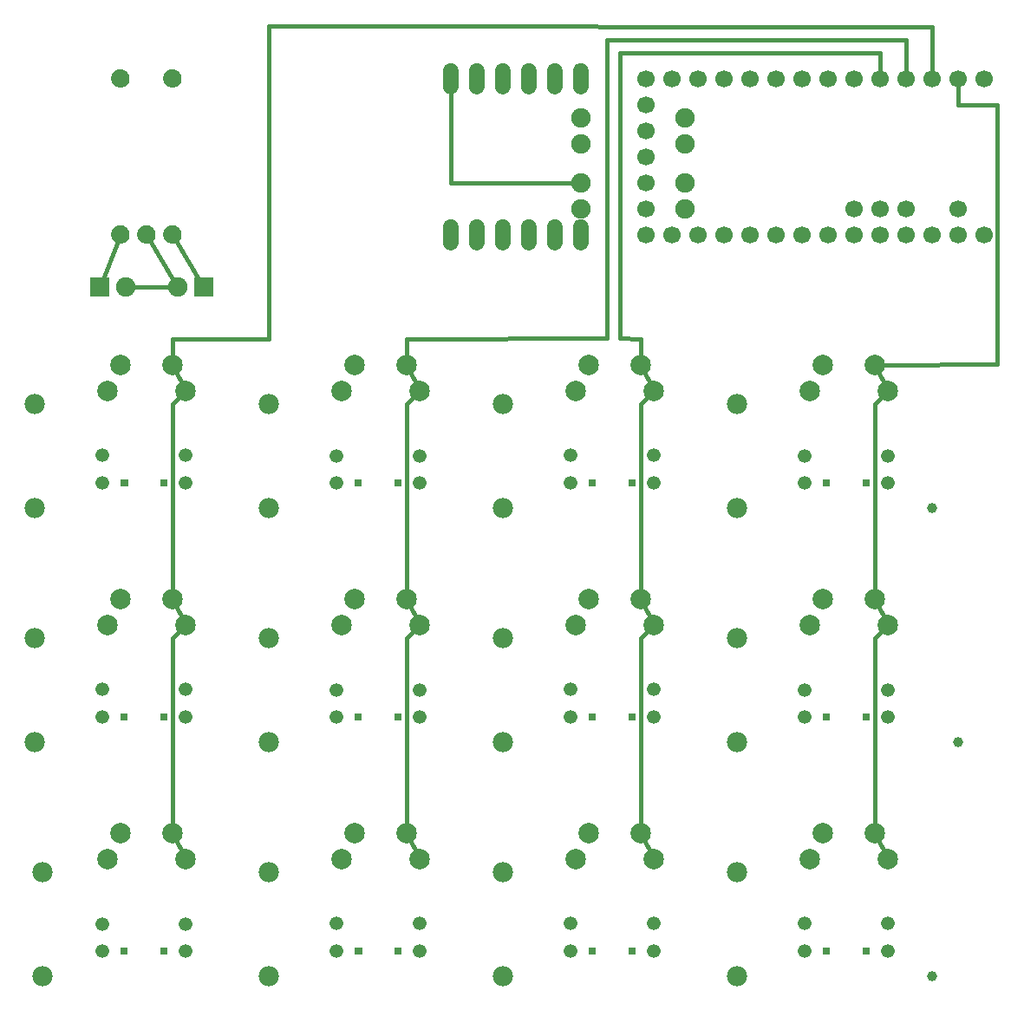
<source format=gtl>
G04 MADE WITH FRITZING*
G04 WWW.FRITZING.ORG*
G04 DOUBLE SIDED*
G04 HOLES PLATED*
G04 CONTOUR ON CENTER OF CONTOUR VECTOR*
%ASAXBY*%
%FSLAX23Y23*%
%MOIN*%
%OFA0B0*%
%SFA1.0B1.0*%
%ADD10C,0.058759*%
%ADD11C,0.075000*%
%ADD12C,0.078000*%
%ADD13C,0.070000*%
%ADD14C,0.052361*%
%ADD15C,0.078639*%
%ADD16C,0.066889*%
%ADD17C,0.039370*%
%ADD18R,0.075000X0.075000*%
%ADD19C,0.016000*%
%ADD20R,0.001000X0.001000*%
%LNCOPPER1*%
G90*
G70*
G54D10*
X1770Y3586D03*
X1870Y3586D03*
X1970Y3586D03*
X2070Y3586D03*
X2170Y3586D03*
X2270Y3587D03*
X1770Y2986D03*
X1870Y2986D03*
X1970Y2986D03*
X2070Y2986D03*
X2170Y2986D03*
X2270Y2987D03*
G54D11*
X2670Y3087D03*
X2270Y3087D03*
X2670Y3087D03*
X2270Y3087D03*
X2670Y3437D03*
X2270Y3437D03*
X2670Y3437D03*
X2270Y3437D03*
X2670Y3337D03*
X2270Y3337D03*
X2670Y3337D03*
X2270Y3337D03*
X2670Y3187D03*
X2270Y3187D03*
X2670Y3187D03*
X2270Y3187D03*
G54D12*
X200Y537D03*
X200Y137D03*
X200Y537D03*
X200Y137D03*
X200Y537D03*
X200Y137D03*
X1070Y537D03*
X1070Y137D03*
X1070Y537D03*
X1070Y137D03*
X1070Y537D03*
X1070Y137D03*
X1970Y537D03*
X1970Y137D03*
X1970Y537D03*
X1970Y137D03*
X1970Y537D03*
X1970Y137D03*
X2870Y537D03*
X2870Y137D03*
X2870Y537D03*
X2870Y137D03*
X2870Y537D03*
X2870Y137D03*
X2870Y1437D03*
X2870Y1037D03*
X2870Y1437D03*
X2870Y1037D03*
X2870Y1437D03*
X2870Y1037D03*
X1970Y1437D03*
X1970Y1037D03*
X1970Y1437D03*
X1970Y1037D03*
X1970Y1437D03*
X1970Y1037D03*
X1070Y1437D03*
X1070Y1037D03*
X1070Y1437D03*
X1070Y1037D03*
X1070Y1437D03*
X1070Y1037D03*
X170Y1437D03*
X170Y1037D03*
X170Y1437D03*
X170Y1037D03*
X170Y1437D03*
X170Y1037D03*
X2870Y2337D03*
X2870Y1937D03*
X2870Y2337D03*
X2870Y1937D03*
X2870Y2337D03*
X2870Y1937D03*
X1970Y2337D03*
X1970Y1937D03*
X1970Y2337D03*
X1970Y1937D03*
X1970Y2337D03*
X1970Y1937D03*
X1070Y2337D03*
X1070Y1937D03*
X1070Y2337D03*
X1070Y1937D03*
X1070Y2337D03*
X1070Y1937D03*
X170Y2337D03*
X170Y1937D03*
X170Y2337D03*
X170Y1937D03*
X170Y2337D03*
X170Y1937D03*
G54D11*
X820Y2787D03*
X720Y2787D03*
X820Y2787D03*
X720Y2787D03*
X420Y2787D03*
X520Y2787D03*
X420Y2787D03*
X520Y2787D03*
G54D13*
X500Y2987D03*
X600Y2987D03*
X700Y2987D03*
X500Y3587D03*
X700Y3587D03*
G54D14*
X750Y1238D03*
X431Y1238D03*
X750Y1132D03*
X431Y1132D03*
G54D15*
X450Y1487D03*
X500Y1587D03*
X700Y1587D03*
X750Y1487D03*
G54D14*
X750Y337D03*
X431Y337D03*
X750Y231D03*
X431Y231D03*
G54D15*
X450Y586D03*
X500Y686D03*
X700Y686D03*
X750Y586D03*
G54D14*
X3450Y2137D03*
X3131Y2137D03*
X3450Y2031D03*
X3131Y2031D03*
G54D15*
X3150Y2386D03*
X3200Y2486D03*
X3400Y2486D03*
X3450Y2386D03*
G54D14*
X2550Y2138D03*
X2231Y2138D03*
X2550Y2032D03*
X2231Y2032D03*
G54D15*
X2250Y2387D03*
X2300Y2487D03*
X2500Y2487D03*
X2550Y2387D03*
G54D14*
X1650Y2137D03*
X1331Y2137D03*
X1650Y2031D03*
X1331Y2031D03*
G54D15*
X1350Y2386D03*
X1400Y2486D03*
X1600Y2486D03*
X1650Y2386D03*
G54D14*
X750Y2138D03*
X431Y2138D03*
X750Y2032D03*
X431Y2032D03*
G54D15*
X451Y2387D03*
X500Y2487D03*
X700Y2487D03*
X750Y2387D03*
G54D14*
X3450Y1237D03*
X3131Y1237D03*
X3450Y1131D03*
X3131Y1131D03*
G54D15*
X3150Y1486D03*
X3200Y1586D03*
X3400Y1586D03*
X3450Y1486D03*
G54D14*
X2550Y1238D03*
X2231Y1238D03*
X2550Y1132D03*
X2231Y1132D03*
G54D15*
X2250Y1487D03*
X2300Y1587D03*
X2500Y1587D03*
X2550Y1487D03*
G54D14*
X1650Y1237D03*
X1331Y1237D03*
X1650Y1131D03*
X1331Y1131D03*
G54D15*
X1350Y1486D03*
X1400Y1586D03*
X1600Y1586D03*
X1650Y1486D03*
G54D14*
X1650Y338D03*
X1331Y338D03*
X1650Y232D03*
X1331Y232D03*
G54D15*
X1351Y587D03*
X1401Y687D03*
X1600Y687D03*
X1650Y587D03*
G54D14*
X2550Y338D03*
X2231Y338D03*
X2550Y232D03*
X2231Y232D03*
G54D15*
X2251Y587D03*
X2300Y687D03*
X2500Y687D03*
X2550Y587D03*
G54D14*
X3450Y338D03*
X3131Y338D03*
X3450Y232D03*
X3131Y232D03*
G54D15*
X3150Y587D03*
X3200Y687D03*
X3400Y687D03*
X3450Y587D03*
G54D16*
X2520Y2987D03*
X2620Y2987D03*
X2720Y2987D03*
X2820Y2987D03*
X2920Y2987D03*
X3020Y2987D03*
X3120Y2987D03*
X3220Y2987D03*
X3320Y2987D03*
X3420Y2987D03*
X3520Y2987D03*
X3620Y2987D03*
X3720Y2987D03*
X3820Y2987D03*
X3720Y3087D03*
X3420Y3087D03*
X3520Y3087D03*
X2520Y3587D03*
X2620Y3587D03*
X2720Y3587D03*
X2820Y3587D03*
X2920Y3587D03*
X3020Y3587D03*
X3120Y3587D03*
X3220Y3587D03*
X3320Y3587D03*
X3420Y3587D03*
X3520Y3587D03*
X3620Y3587D03*
X3720Y3587D03*
X3820Y3587D03*
X3320Y3087D03*
X2520Y3387D03*
X2520Y3487D03*
X2520Y3287D03*
X2520Y3087D03*
X2520Y3187D03*
G54D17*
X3620Y1937D03*
X3720Y1037D03*
X3620Y137D03*
G54D18*
X820Y2787D03*
X820Y2787D03*
X420Y2787D03*
X420Y2787D03*
G54D19*
X2502Y2337D02*
X2500Y1611D01*
D02*
X2533Y2370D02*
X2502Y2337D01*
D02*
X1771Y3187D02*
X1770Y3565D01*
D02*
X2247Y3187D02*
X1771Y3187D01*
D02*
X1633Y2369D02*
X1600Y2337D01*
D02*
X1600Y2337D02*
X1600Y1610D01*
D02*
X697Y2787D02*
X543Y2787D01*
D02*
X429Y2808D02*
X493Y2968D01*
D02*
X708Y2807D02*
X611Y2969D01*
D02*
X808Y2807D02*
X711Y2969D01*
D02*
X1611Y1565D02*
X1639Y1508D01*
D02*
X711Y1566D02*
X739Y1509D01*
D02*
X1611Y665D02*
X1639Y609D01*
D02*
X711Y665D02*
X739Y608D01*
D02*
X2539Y2409D02*
X2511Y2466D01*
D02*
X3439Y2408D02*
X3411Y2465D01*
D02*
X3439Y1508D02*
X3411Y1565D01*
D02*
X3439Y609D02*
X3411Y666D01*
D02*
X2539Y609D02*
X2511Y666D01*
D02*
X2539Y1509D02*
X2510Y1565D01*
D02*
X699Y1436D02*
X700Y710D01*
D02*
X733Y1470D02*
X699Y1436D01*
D02*
X699Y2337D02*
X700Y1611D01*
D02*
X733Y2370D02*
X699Y2337D01*
D02*
X739Y2409D02*
X711Y2466D01*
D02*
X1639Y2408D02*
X1611Y2465D01*
D02*
X1600Y1436D02*
X1600Y711D01*
D02*
X1633Y1469D02*
X1600Y1436D01*
D02*
X3400Y2337D02*
X3400Y1610D01*
D02*
X3433Y2369D02*
X3400Y2337D01*
D02*
X2502Y1436D02*
X2533Y1469D01*
D02*
X2500Y711D02*
X2502Y1436D01*
D02*
X3400Y1436D02*
X3433Y1469D01*
D02*
X3400Y711D02*
X3400Y1436D01*
D02*
X3872Y2488D02*
X3872Y3486D01*
D02*
X3872Y3486D02*
X3720Y3486D01*
D02*
X3720Y3486D02*
X3720Y3562D01*
D02*
X3424Y2486D02*
X3872Y2488D01*
D02*
X699Y2587D02*
X1071Y2586D01*
D02*
X1071Y2586D02*
X1071Y3789D01*
D02*
X1071Y3789D02*
X3620Y3785D01*
D02*
X3620Y3785D02*
X3620Y3612D01*
D02*
X700Y2511D02*
X699Y2587D01*
D02*
X1600Y2587D02*
X2371Y2588D01*
D02*
X2371Y2588D02*
X2371Y3737D01*
D02*
X2371Y3737D02*
X3521Y3737D01*
D02*
X3521Y3737D02*
X3520Y3612D01*
D02*
X1600Y2510D02*
X1600Y2587D01*
D02*
X2502Y2587D02*
X2419Y2588D01*
D02*
X2419Y2588D02*
X2419Y3686D01*
D02*
X2419Y3686D02*
X3421Y3686D01*
D02*
X3421Y3686D02*
X3420Y3612D01*
D02*
X2500Y2511D02*
X2502Y2587D01*
G54D20*
X1770Y3646D02*
X1771Y3646D01*
X1870Y3646D02*
X1871Y3646D01*
X1970Y3646D02*
X1971Y3646D01*
X2070Y3646D02*
X2071Y3646D01*
X2170Y3646D02*
X2171Y3646D01*
X2269Y3646D02*
X2271Y3646D01*
X1763Y3645D02*
X1777Y3645D01*
X1863Y3645D02*
X1877Y3645D01*
X1963Y3645D02*
X1977Y3645D01*
X2063Y3645D02*
X2077Y3645D01*
X2163Y3645D02*
X2177Y3645D01*
X2263Y3645D02*
X2277Y3645D01*
X1760Y3644D02*
X1780Y3644D01*
X1860Y3644D02*
X1880Y3644D01*
X1960Y3644D02*
X1980Y3644D01*
X2060Y3644D02*
X2080Y3644D01*
X2160Y3644D02*
X2180Y3644D01*
X2260Y3644D02*
X2280Y3644D01*
X1757Y3643D02*
X1783Y3643D01*
X1857Y3643D02*
X1883Y3643D01*
X1957Y3643D02*
X1983Y3643D01*
X2057Y3643D02*
X2083Y3643D01*
X2157Y3643D02*
X2183Y3643D01*
X2257Y3643D02*
X2283Y3643D01*
X1756Y3642D02*
X1785Y3642D01*
X1856Y3642D02*
X1885Y3642D01*
X1956Y3642D02*
X1985Y3642D01*
X2056Y3642D02*
X2085Y3642D01*
X2156Y3642D02*
X2185Y3642D01*
X2256Y3642D02*
X2285Y3642D01*
X1754Y3641D02*
X1786Y3641D01*
X1854Y3641D02*
X1886Y3641D01*
X1954Y3641D02*
X1986Y3641D01*
X2054Y3641D02*
X2086Y3641D01*
X2154Y3641D02*
X2186Y3641D01*
X2254Y3641D02*
X2286Y3641D01*
X1753Y3640D02*
X1788Y3640D01*
X1853Y3640D02*
X1888Y3640D01*
X1953Y3640D02*
X1988Y3640D01*
X2053Y3640D02*
X2088Y3640D01*
X2153Y3640D02*
X2188Y3640D01*
X2252Y3640D02*
X2288Y3640D01*
X1751Y3639D02*
X1789Y3639D01*
X1851Y3639D02*
X1889Y3639D01*
X1951Y3639D02*
X1989Y3639D01*
X2051Y3639D02*
X2089Y3639D01*
X2151Y3639D02*
X2189Y3639D01*
X2251Y3639D02*
X2289Y3639D01*
X1750Y3638D02*
X1790Y3638D01*
X1850Y3638D02*
X1890Y3638D01*
X1950Y3638D02*
X1990Y3638D01*
X2050Y3638D02*
X2090Y3638D01*
X2150Y3638D02*
X2190Y3638D01*
X2250Y3638D02*
X2290Y3638D01*
X1749Y3637D02*
X1791Y3637D01*
X1849Y3637D02*
X1891Y3637D01*
X1949Y3637D02*
X1991Y3637D01*
X2049Y3637D02*
X2091Y3637D01*
X2149Y3637D02*
X2191Y3637D01*
X2249Y3637D02*
X2291Y3637D01*
X1748Y3636D02*
X1792Y3636D01*
X1848Y3636D02*
X1892Y3636D01*
X1948Y3636D02*
X1992Y3636D01*
X2048Y3636D02*
X2092Y3636D01*
X2148Y3636D02*
X2192Y3636D01*
X2248Y3636D02*
X2292Y3636D01*
X1747Y3635D02*
X1793Y3635D01*
X1847Y3635D02*
X1893Y3635D01*
X1947Y3635D02*
X1993Y3635D01*
X2047Y3635D02*
X2093Y3635D01*
X2147Y3635D02*
X2193Y3635D01*
X2247Y3635D02*
X2293Y3635D01*
X1747Y3634D02*
X1794Y3634D01*
X1847Y3634D02*
X1894Y3634D01*
X1947Y3634D02*
X1994Y3634D01*
X2047Y3634D02*
X2094Y3634D01*
X2147Y3634D02*
X2194Y3634D01*
X2247Y3634D02*
X2294Y3634D01*
X1746Y3633D02*
X1794Y3633D01*
X1846Y3633D02*
X1894Y3633D01*
X1946Y3633D02*
X1994Y3633D01*
X2046Y3633D02*
X2094Y3633D01*
X2146Y3633D02*
X2194Y3633D01*
X2246Y3633D02*
X2294Y3633D01*
X1745Y3632D02*
X1795Y3632D01*
X1845Y3632D02*
X1895Y3632D01*
X1945Y3632D02*
X1995Y3632D01*
X2045Y3632D02*
X2095Y3632D01*
X2145Y3632D02*
X2195Y3632D01*
X2245Y3632D02*
X2295Y3632D01*
X1745Y3631D02*
X1796Y3631D01*
X1845Y3631D02*
X1896Y3631D01*
X1945Y3631D02*
X1996Y3631D01*
X2045Y3631D02*
X2096Y3631D01*
X2145Y3631D02*
X2196Y3631D01*
X2245Y3631D02*
X2296Y3631D01*
X1744Y3630D02*
X1796Y3630D01*
X1844Y3630D02*
X1896Y3630D01*
X1944Y3630D02*
X1996Y3630D01*
X2044Y3630D02*
X2096Y3630D01*
X2144Y3630D02*
X2196Y3630D01*
X2244Y3630D02*
X2296Y3630D01*
X1744Y3629D02*
X1797Y3629D01*
X1844Y3629D02*
X1897Y3629D01*
X1944Y3629D02*
X1997Y3629D01*
X2044Y3629D02*
X2097Y3629D01*
X2144Y3629D02*
X2197Y3629D01*
X2243Y3629D02*
X2297Y3629D01*
X1743Y3628D02*
X1797Y3628D01*
X1843Y3628D02*
X1897Y3628D01*
X1943Y3628D02*
X1997Y3628D01*
X2043Y3628D02*
X2097Y3628D01*
X2143Y3628D02*
X2197Y3628D01*
X2243Y3628D02*
X2297Y3628D01*
X1743Y3627D02*
X1797Y3627D01*
X1843Y3627D02*
X1897Y3627D01*
X1943Y3627D02*
X1997Y3627D01*
X2043Y3627D02*
X2097Y3627D01*
X2143Y3627D02*
X2197Y3627D01*
X2243Y3627D02*
X2297Y3627D01*
X1742Y3626D02*
X1798Y3626D01*
X1842Y3626D02*
X1898Y3626D01*
X1942Y3626D02*
X1998Y3626D01*
X2042Y3626D02*
X2098Y3626D01*
X2142Y3626D02*
X2198Y3626D01*
X2242Y3626D02*
X2298Y3626D01*
X1742Y3625D02*
X1798Y3625D01*
X1842Y3625D02*
X1898Y3625D01*
X1942Y3625D02*
X1998Y3625D01*
X2042Y3625D02*
X2098Y3625D01*
X2142Y3625D02*
X2198Y3625D01*
X2242Y3625D02*
X2298Y3625D01*
X1742Y3624D02*
X1798Y3624D01*
X1842Y3624D02*
X1898Y3624D01*
X1942Y3624D02*
X1998Y3624D01*
X2042Y3624D02*
X2098Y3624D01*
X2142Y3624D02*
X2198Y3624D01*
X2242Y3624D02*
X2298Y3624D01*
X1741Y3623D02*
X1799Y3623D01*
X1841Y3623D02*
X1899Y3623D01*
X1941Y3623D02*
X1999Y3623D01*
X2041Y3623D02*
X2099Y3623D01*
X2141Y3623D02*
X2199Y3623D01*
X2241Y3623D02*
X2299Y3623D01*
X495Y3622D02*
X504Y3622D01*
X695Y3622D02*
X704Y3622D01*
X1741Y3622D02*
X1799Y3622D01*
X1841Y3622D02*
X1899Y3622D01*
X1941Y3622D02*
X1999Y3622D01*
X2041Y3622D02*
X2099Y3622D01*
X2141Y3622D02*
X2199Y3622D01*
X2241Y3622D02*
X2299Y3622D01*
X491Y3621D02*
X508Y3621D01*
X691Y3621D02*
X708Y3621D01*
X1741Y3621D02*
X1799Y3621D01*
X1841Y3621D02*
X1899Y3621D01*
X1941Y3621D02*
X1999Y3621D01*
X2041Y3621D02*
X2099Y3621D01*
X2141Y3621D02*
X2199Y3621D01*
X2241Y3621D02*
X2299Y3621D01*
X488Y3620D02*
X511Y3620D01*
X688Y3620D02*
X711Y3620D01*
X1741Y3620D02*
X1799Y3620D01*
X1841Y3620D02*
X1899Y3620D01*
X1941Y3620D02*
X1999Y3620D01*
X2041Y3620D02*
X2099Y3620D01*
X2141Y3620D02*
X2199Y3620D01*
X2241Y3620D02*
X2299Y3620D01*
X485Y3619D02*
X514Y3619D01*
X685Y3619D02*
X714Y3619D01*
X1741Y3619D02*
X1799Y3619D01*
X1841Y3619D02*
X1899Y3619D01*
X1941Y3619D02*
X1999Y3619D01*
X2041Y3619D02*
X2099Y3619D01*
X2141Y3619D02*
X2199Y3619D01*
X2241Y3619D02*
X2299Y3619D01*
X483Y3618D02*
X516Y3618D01*
X683Y3618D02*
X716Y3618D01*
X1741Y3618D02*
X1799Y3618D01*
X1841Y3618D02*
X1899Y3618D01*
X1941Y3618D02*
X1999Y3618D01*
X2041Y3618D02*
X2099Y3618D01*
X2141Y3618D02*
X2199Y3618D01*
X2241Y3618D02*
X2299Y3618D01*
X482Y3617D02*
X518Y3617D01*
X682Y3617D02*
X718Y3617D01*
X1741Y3617D02*
X1800Y3617D01*
X1841Y3617D02*
X1900Y3617D01*
X1941Y3617D02*
X2000Y3617D01*
X2041Y3617D02*
X2100Y3617D01*
X2141Y3617D02*
X2200Y3617D01*
X2241Y3617D02*
X2299Y3617D01*
X480Y3616D02*
X519Y3616D01*
X680Y3616D02*
X719Y3616D01*
X1741Y3616D02*
X1800Y3616D01*
X1841Y3616D02*
X1900Y3616D01*
X1941Y3616D02*
X2000Y3616D01*
X2041Y3616D02*
X2100Y3616D01*
X2141Y3616D02*
X2200Y3616D01*
X2241Y3616D02*
X2300Y3616D01*
X479Y3615D02*
X521Y3615D01*
X679Y3615D02*
X721Y3615D01*
X1741Y3615D02*
X1800Y3615D01*
X1841Y3615D02*
X1900Y3615D01*
X1941Y3615D02*
X2000Y3615D01*
X2041Y3615D02*
X2100Y3615D01*
X2141Y3615D02*
X2200Y3615D01*
X2241Y3615D02*
X2300Y3615D01*
X477Y3614D02*
X522Y3614D01*
X677Y3614D02*
X722Y3614D01*
X1741Y3614D02*
X1800Y3614D01*
X1841Y3614D02*
X1900Y3614D01*
X1941Y3614D02*
X2000Y3614D01*
X2041Y3614D02*
X2100Y3614D01*
X2141Y3614D02*
X2200Y3614D01*
X2241Y3614D02*
X2300Y3614D01*
X476Y3613D02*
X523Y3613D01*
X676Y3613D02*
X723Y3613D01*
X1741Y3613D02*
X1800Y3613D01*
X1841Y3613D02*
X1900Y3613D01*
X1941Y3613D02*
X2000Y3613D01*
X2041Y3613D02*
X2100Y3613D01*
X2141Y3613D02*
X2200Y3613D01*
X2241Y3613D02*
X2300Y3613D01*
X475Y3612D02*
X524Y3612D01*
X675Y3612D02*
X724Y3612D01*
X1741Y3612D02*
X1800Y3612D01*
X1841Y3612D02*
X1900Y3612D01*
X1941Y3612D02*
X2000Y3612D01*
X2041Y3612D02*
X2100Y3612D01*
X2141Y3612D02*
X2200Y3612D01*
X2241Y3612D02*
X2300Y3612D01*
X474Y3611D02*
X525Y3611D01*
X674Y3611D02*
X725Y3611D01*
X1741Y3611D02*
X1800Y3611D01*
X1841Y3611D02*
X1900Y3611D01*
X1941Y3611D02*
X2000Y3611D01*
X2041Y3611D02*
X2100Y3611D01*
X2141Y3611D02*
X2200Y3611D01*
X2241Y3611D02*
X2300Y3611D01*
X473Y3610D02*
X526Y3610D01*
X673Y3610D02*
X726Y3610D01*
X1741Y3610D02*
X1800Y3610D01*
X1841Y3610D02*
X1900Y3610D01*
X1941Y3610D02*
X2000Y3610D01*
X2041Y3610D02*
X2100Y3610D01*
X2141Y3610D02*
X2200Y3610D01*
X2241Y3610D02*
X2300Y3610D01*
X473Y3609D02*
X527Y3609D01*
X673Y3609D02*
X727Y3609D01*
X1741Y3609D02*
X1800Y3609D01*
X1841Y3609D02*
X1900Y3609D01*
X1941Y3609D02*
X2000Y3609D01*
X2041Y3609D02*
X2100Y3609D01*
X2141Y3609D02*
X2200Y3609D01*
X2241Y3609D02*
X2300Y3609D01*
X472Y3608D02*
X527Y3608D01*
X672Y3608D02*
X727Y3608D01*
X1741Y3608D02*
X1800Y3608D01*
X1841Y3608D02*
X1900Y3608D01*
X1941Y3608D02*
X2000Y3608D01*
X2041Y3608D02*
X2100Y3608D01*
X2141Y3608D02*
X2200Y3608D01*
X2241Y3608D02*
X2300Y3608D01*
X471Y3607D02*
X528Y3607D01*
X671Y3607D02*
X728Y3607D01*
X1741Y3607D02*
X1800Y3607D01*
X1841Y3607D02*
X1900Y3607D01*
X1941Y3607D02*
X2000Y3607D01*
X2041Y3607D02*
X2100Y3607D01*
X2141Y3607D02*
X2200Y3607D01*
X2241Y3607D02*
X2300Y3607D01*
X471Y3606D02*
X529Y3606D01*
X671Y3606D02*
X729Y3606D01*
X1741Y3606D02*
X1769Y3606D01*
X1771Y3606D02*
X1800Y3606D01*
X1841Y3606D02*
X1869Y3606D01*
X1871Y3606D02*
X1900Y3606D01*
X1941Y3606D02*
X1969Y3606D01*
X1971Y3606D02*
X2000Y3606D01*
X2041Y3606D02*
X2069Y3606D01*
X2071Y3606D02*
X2100Y3606D01*
X2141Y3606D02*
X2169Y3606D01*
X2171Y3606D02*
X2200Y3606D01*
X2241Y3606D02*
X2269Y3606D01*
X2271Y3606D02*
X2300Y3606D01*
X470Y3605D02*
X529Y3605D01*
X670Y3605D02*
X729Y3605D01*
X1741Y3605D02*
X1763Y3605D01*
X1777Y3605D02*
X1800Y3605D01*
X1841Y3605D02*
X1863Y3605D01*
X1877Y3605D02*
X1900Y3605D01*
X1941Y3605D02*
X1963Y3605D01*
X1977Y3605D02*
X2000Y3605D01*
X2041Y3605D02*
X2063Y3605D01*
X2077Y3605D02*
X2100Y3605D01*
X2141Y3605D02*
X2163Y3605D01*
X2177Y3605D02*
X2200Y3605D01*
X2241Y3605D02*
X2263Y3605D01*
X2277Y3605D02*
X2300Y3605D01*
X469Y3604D02*
X530Y3604D01*
X669Y3604D02*
X730Y3604D01*
X1741Y3604D02*
X1761Y3604D01*
X1779Y3604D02*
X1800Y3604D01*
X1841Y3604D02*
X1861Y3604D01*
X1879Y3604D02*
X1900Y3604D01*
X1941Y3604D02*
X1961Y3604D01*
X1979Y3604D02*
X2000Y3604D01*
X2041Y3604D02*
X2061Y3604D01*
X2079Y3604D02*
X2100Y3604D01*
X2141Y3604D02*
X2161Y3604D01*
X2179Y3604D02*
X2200Y3604D01*
X2241Y3604D02*
X2261Y3604D01*
X2279Y3604D02*
X2300Y3604D01*
X469Y3603D02*
X530Y3603D01*
X669Y3603D02*
X730Y3603D01*
X1741Y3603D02*
X1759Y3603D01*
X1781Y3603D02*
X1800Y3603D01*
X1841Y3603D02*
X1859Y3603D01*
X1881Y3603D02*
X1900Y3603D01*
X1941Y3603D02*
X1959Y3603D01*
X1981Y3603D02*
X2000Y3603D01*
X2041Y3603D02*
X2059Y3603D01*
X2081Y3603D02*
X2100Y3603D01*
X2141Y3603D02*
X2159Y3603D01*
X2181Y3603D02*
X2200Y3603D01*
X2241Y3603D02*
X2259Y3603D01*
X2281Y3603D02*
X2300Y3603D01*
X469Y3602D02*
X495Y3602D01*
X504Y3602D02*
X531Y3602D01*
X669Y3602D02*
X695Y3602D01*
X704Y3602D02*
X731Y3602D01*
X1741Y3602D02*
X1758Y3602D01*
X1782Y3602D02*
X1800Y3602D01*
X1841Y3602D02*
X1858Y3602D01*
X1882Y3602D02*
X1900Y3602D01*
X1941Y3602D02*
X1958Y3602D01*
X1982Y3602D02*
X2000Y3602D01*
X2041Y3602D02*
X2058Y3602D01*
X2082Y3602D02*
X2100Y3602D01*
X2141Y3602D02*
X2158Y3602D01*
X2182Y3602D02*
X2200Y3602D01*
X2241Y3602D02*
X2258Y3602D01*
X2282Y3602D02*
X2300Y3602D01*
X468Y3601D02*
X492Y3601D01*
X507Y3601D02*
X531Y3601D01*
X668Y3601D02*
X692Y3601D01*
X707Y3601D02*
X731Y3601D01*
X1741Y3601D02*
X1756Y3601D01*
X1784Y3601D02*
X1800Y3601D01*
X1841Y3601D02*
X1856Y3601D01*
X1884Y3601D02*
X1900Y3601D01*
X1941Y3601D02*
X1956Y3601D01*
X1984Y3601D02*
X2000Y3601D01*
X2041Y3601D02*
X2056Y3601D01*
X2084Y3601D02*
X2100Y3601D01*
X2141Y3601D02*
X2156Y3601D01*
X2184Y3601D02*
X2200Y3601D01*
X2241Y3601D02*
X2256Y3601D01*
X2284Y3601D02*
X2300Y3601D01*
X468Y3600D02*
X491Y3600D01*
X508Y3600D02*
X532Y3600D01*
X668Y3600D02*
X691Y3600D01*
X708Y3600D02*
X732Y3600D01*
X1741Y3600D02*
X1755Y3600D01*
X1785Y3600D02*
X1800Y3600D01*
X1841Y3600D02*
X1855Y3600D01*
X1885Y3600D02*
X1900Y3600D01*
X1941Y3600D02*
X1955Y3600D01*
X1985Y3600D02*
X2000Y3600D01*
X2041Y3600D02*
X2055Y3600D01*
X2085Y3600D02*
X2100Y3600D01*
X2141Y3600D02*
X2155Y3600D01*
X2185Y3600D02*
X2200Y3600D01*
X2241Y3600D02*
X2255Y3600D01*
X2285Y3600D02*
X2300Y3600D01*
X467Y3599D02*
X490Y3599D01*
X510Y3599D02*
X532Y3599D01*
X667Y3599D02*
X690Y3599D01*
X710Y3599D02*
X732Y3599D01*
X1741Y3599D02*
X1754Y3599D01*
X1786Y3599D02*
X1800Y3599D01*
X1841Y3599D02*
X1854Y3599D01*
X1886Y3599D02*
X1900Y3599D01*
X1941Y3599D02*
X1954Y3599D01*
X1986Y3599D02*
X2000Y3599D01*
X2041Y3599D02*
X2054Y3599D01*
X2086Y3599D02*
X2100Y3599D01*
X2141Y3599D02*
X2154Y3599D01*
X2186Y3599D02*
X2200Y3599D01*
X2241Y3599D02*
X2254Y3599D01*
X2286Y3599D02*
X2300Y3599D01*
X467Y3598D02*
X488Y3598D01*
X511Y3598D02*
X532Y3598D01*
X667Y3598D02*
X688Y3598D01*
X711Y3598D02*
X732Y3598D01*
X1741Y3598D02*
X1754Y3598D01*
X1786Y3598D02*
X1800Y3598D01*
X1841Y3598D02*
X1854Y3598D01*
X1886Y3598D02*
X1900Y3598D01*
X1941Y3598D02*
X1954Y3598D01*
X1986Y3598D02*
X2000Y3598D01*
X2041Y3598D02*
X2054Y3598D01*
X2086Y3598D02*
X2100Y3598D01*
X2141Y3598D02*
X2154Y3598D01*
X2186Y3598D02*
X2200Y3598D01*
X2241Y3598D02*
X2254Y3598D01*
X2286Y3598D02*
X2300Y3598D01*
X467Y3597D02*
X488Y3597D01*
X512Y3597D02*
X533Y3597D01*
X667Y3597D02*
X688Y3597D01*
X712Y3597D02*
X733Y3597D01*
X1741Y3597D02*
X1753Y3597D01*
X1787Y3597D02*
X1800Y3597D01*
X1841Y3597D02*
X1853Y3597D01*
X1887Y3597D02*
X1900Y3597D01*
X1941Y3597D02*
X1953Y3597D01*
X1987Y3597D02*
X2000Y3597D01*
X2041Y3597D02*
X2053Y3597D01*
X2087Y3597D02*
X2100Y3597D01*
X2141Y3597D02*
X2153Y3597D01*
X2187Y3597D02*
X2200Y3597D01*
X2241Y3597D02*
X2253Y3597D01*
X2287Y3597D02*
X2300Y3597D01*
X466Y3596D02*
X487Y3596D01*
X513Y3596D02*
X533Y3596D01*
X666Y3596D02*
X687Y3596D01*
X713Y3596D02*
X733Y3596D01*
X1741Y3596D02*
X1752Y3596D01*
X1788Y3596D02*
X1800Y3596D01*
X1841Y3596D02*
X1852Y3596D01*
X1888Y3596D02*
X1900Y3596D01*
X1941Y3596D02*
X1952Y3596D01*
X1988Y3596D02*
X2000Y3596D01*
X2041Y3596D02*
X2052Y3596D01*
X2088Y3596D02*
X2100Y3596D01*
X2141Y3596D02*
X2152Y3596D01*
X2188Y3596D02*
X2200Y3596D01*
X2241Y3596D02*
X2252Y3596D01*
X2288Y3596D02*
X2300Y3596D01*
X466Y3595D02*
X486Y3595D01*
X513Y3595D02*
X533Y3595D01*
X666Y3595D02*
X686Y3595D01*
X713Y3595D02*
X733Y3595D01*
X1741Y3595D02*
X1752Y3595D01*
X1788Y3595D02*
X1800Y3595D01*
X1841Y3595D02*
X1852Y3595D01*
X1888Y3595D02*
X1900Y3595D01*
X1941Y3595D02*
X1952Y3595D01*
X1988Y3595D02*
X2000Y3595D01*
X2041Y3595D02*
X2052Y3595D01*
X2088Y3595D02*
X2100Y3595D01*
X2141Y3595D02*
X2152Y3595D01*
X2188Y3595D02*
X2200Y3595D01*
X2241Y3595D02*
X2252Y3595D01*
X2288Y3595D02*
X2300Y3595D01*
X466Y3594D02*
X485Y3594D01*
X514Y3594D02*
X533Y3594D01*
X666Y3594D02*
X685Y3594D01*
X714Y3594D02*
X733Y3594D01*
X1741Y3594D02*
X1751Y3594D01*
X1789Y3594D02*
X1800Y3594D01*
X1841Y3594D02*
X1851Y3594D01*
X1889Y3594D02*
X1900Y3594D01*
X1941Y3594D02*
X1951Y3594D01*
X1989Y3594D02*
X2000Y3594D01*
X2041Y3594D02*
X2051Y3594D01*
X2089Y3594D02*
X2100Y3594D01*
X2141Y3594D02*
X2151Y3594D01*
X2189Y3594D02*
X2200Y3594D01*
X2241Y3594D02*
X2251Y3594D01*
X2289Y3594D02*
X2300Y3594D01*
X466Y3593D02*
X485Y3593D01*
X514Y3593D02*
X534Y3593D01*
X666Y3593D02*
X685Y3593D01*
X714Y3593D02*
X734Y3593D01*
X1741Y3593D02*
X1751Y3593D01*
X1789Y3593D02*
X1800Y3593D01*
X1841Y3593D02*
X1851Y3593D01*
X1889Y3593D02*
X1900Y3593D01*
X1941Y3593D02*
X1951Y3593D01*
X1989Y3593D02*
X2000Y3593D01*
X2041Y3593D02*
X2051Y3593D01*
X2089Y3593D02*
X2100Y3593D01*
X2141Y3593D02*
X2151Y3593D01*
X2189Y3593D02*
X2200Y3593D01*
X2241Y3593D02*
X2251Y3593D01*
X2289Y3593D02*
X2300Y3593D01*
X466Y3592D02*
X485Y3592D01*
X515Y3592D02*
X534Y3592D01*
X666Y3592D02*
X685Y3592D01*
X715Y3592D02*
X734Y3592D01*
X1741Y3592D02*
X1751Y3592D01*
X1790Y3592D02*
X1800Y3592D01*
X1841Y3592D02*
X1851Y3592D01*
X1890Y3592D02*
X1900Y3592D01*
X1941Y3592D02*
X1951Y3592D01*
X1990Y3592D02*
X2000Y3592D01*
X2041Y3592D02*
X2051Y3592D01*
X2090Y3592D02*
X2100Y3592D01*
X2141Y3592D02*
X2151Y3592D01*
X2190Y3592D02*
X2200Y3592D01*
X2241Y3592D02*
X2251Y3592D01*
X2290Y3592D02*
X2300Y3592D01*
X465Y3591D02*
X484Y3591D01*
X515Y3591D02*
X534Y3591D01*
X665Y3591D02*
X684Y3591D01*
X715Y3591D02*
X734Y3591D01*
X1741Y3591D02*
X1750Y3591D01*
X1790Y3591D02*
X1800Y3591D01*
X1841Y3591D02*
X1850Y3591D01*
X1890Y3591D02*
X1900Y3591D01*
X1941Y3591D02*
X1950Y3591D01*
X1990Y3591D02*
X2000Y3591D01*
X2041Y3591D02*
X2050Y3591D01*
X2090Y3591D02*
X2100Y3591D01*
X2141Y3591D02*
X2150Y3591D01*
X2190Y3591D02*
X2200Y3591D01*
X2241Y3591D02*
X2250Y3591D01*
X2290Y3591D02*
X2300Y3591D01*
X465Y3590D02*
X484Y3590D01*
X515Y3590D02*
X534Y3590D01*
X665Y3590D02*
X684Y3590D01*
X715Y3590D02*
X734Y3590D01*
X1741Y3590D02*
X1750Y3590D01*
X1790Y3590D02*
X1800Y3590D01*
X1841Y3590D02*
X1850Y3590D01*
X1890Y3590D02*
X1900Y3590D01*
X1941Y3590D02*
X1950Y3590D01*
X1990Y3590D02*
X2000Y3590D01*
X2041Y3590D02*
X2050Y3590D01*
X2090Y3590D02*
X2100Y3590D01*
X2141Y3590D02*
X2150Y3590D01*
X2190Y3590D02*
X2200Y3590D01*
X2241Y3590D02*
X2250Y3590D01*
X2290Y3590D02*
X2300Y3590D01*
X465Y3589D02*
X484Y3589D01*
X515Y3589D02*
X534Y3589D01*
X665Y3589D02*
X684Y3589D01*
X715Y3589D02*
X734Y3589D01*
X1741Y3589D02*
X1750Y3589D01*
X1790Y3589D02*
X1800Y3589D01*
X1841Y3589D02*
X1850Y3589D01*
X1890Y3589D02*
X1900Y3589D01*
X1941Y3589D02*
X1950Y3589D01*
X1990Y3589D02*
X2000Y3589D01*
X2041Y3589D02*
X2050Y3589D01*
X2090Y3589D02*
X2100Y3589D01*
X2141Y3589D02*
X2150Y3589D01*
X2190Y3589D02*
X2200Y3589D01*
X2241Y3589D02*
X2250Y3589D01*
X2290Y3589D02*
X2300Y3589D01*
X465Y3588D02*
X484Y3588D01*
X515Y3588D02*
X534Y3588D01*
X665Y3588D02*
X684Y3588D01*
X715Y3588D02*
X734Y3588D01*
X1741Y3588D02*
X1750Y3588D01*
X1790Y3588D02*
X1800Y3588D01*
X1841Y3588D02*
X1850Y3588D01*
X1890Y3588D02*
X1900Y3588D01*
X1941Y3588D02*
X1950Y3588D01*
X1990Y3588D02*
X2000Y3588D01*
X2041Y3588D02*
X2050Y3588D01*
X2090Y3588D02*
X2100Y3588D01*
X2141Y3588D02*
X2150Y3588D01*
X2190Y3588D02*
X2200Y3588D01*
X2241Y3588D02*
X2250Y3588D01*
X2290Y3588D02*
X2300Y3588D01*
X465Y3587D02*
X484Y3587D01*
X515Y3587D02*
X534Y3587D01*
X665Y3587D02*
X684Y3587D01*
X715Y3587D02*
X734Y3587D01*
X1741Y3587D02*
X1750Y3587D01*
X1790Y3587D02*
X1800Y3587D01*
X1841Y3587D02*
X1850Y3587D01*
X1890Y3587D02*
X1900Y3587D01*
X1941Y3587D02*
X1950Y3587D01*
X1990Y3587D02*
X2000Y3587D01*
X2041Y3587D02*
X2050Y3587D01*
X2090Y3587D02*
X2100Y3587D01*
X2141Y3587D02*
X2150Y3587D01*
X2190Y3587D02*
X2200Y3587D01*
X2241Y3587D02*
X2250Y3587D01*
X2290Y3587D02*
X2300Y3587D01*
X465Y3586D02*
X484Y3586D01*
X515Y3586D02*
X534Y3586D01*
X665Y3586D02*
X684Y3586D01*
X715Y3586D02*
X734Y3586D01*
X1741Y3586D02*
X1750Y3586D01*
X1791Y3586D02*
X1800Y3586D01*
X1841Y3586D02*
X1850Y3586D01*
X1891Y3586D02*
X1900Y3586D01*
X1941Y3586D02*
X1950Y3586D01*
X1991Y3586D02*
X2000Y3586D01*
X2041Y3586D02*
X2050Y3586D01*
X2091Y3586D02*
X2100Y3586D01*
X2141Y3586D02*
X2150Y3586D01*
X2191Y3586D02*
X2200Y3586D01*
X2241Y3586D02*
X2250Y3586D01*
X2291Y3586D02*
X2300Y3586D01*
X465Y3585D02*
X484Y3585D01*
X515Y3585D02*
X534Y3585D01*
X665Y3585D02*
X684Y3585D01*
X715Y3585D02*
X734Y3585D01*
X1741Y3585D02*
X1750Y3585D01*
X1790Y3585D02*
X1800Y3585D01*
X1841Y3585D02*
X1850Y3585D01*
X1890Y3585D02*
X1900Y3585D01*
X1941Y3585D02*
X1950Y3585D01*
X1990Y3585D02*
X2000Y3585D01*
X2041Y3585D02*
X2050Y3585D01*
X2090Y3585D02*
X2100Y3585D01*
X2141Y3585D02*
X2150Y3585D01*
X2190Y3585D02*
X2200Y3585D01*
X2241Y3585D02*
X2250Y3585D01*
X2290Y3585D02*
X2300Y3585D01*
X465Y3584D02*
X484Y3584D01*
X515Y3584D02*
X534Y3584D01*
X665Y3584D02*
X684Y3584D01*
X715Y3584D02*
X734Y3584D01*
X1741Y3584D02*
X1750Y3584D01*
X1790Y3584D02*
X1800Y3584D01*
X1841Y3584D02*
X1850Y3584D01*
X1890Y3584D02*
X1900Y3584D01*
X1941Y3584D02*
X1950Y3584D01*
X1990Y3584D02*
X2000Y3584D01*
X2041Y3584D02*
X2050Y3584D01*
X2090Y3584D02*
X2100Y3584D01*
X2141Y3584D02*
X2150Y3584D01*
X2190Y3584D02*
X2200Y3584D01*
X2241Y3584D02*
X2250Y3584D01*
X2290Y3584D02*
X2300Y3584D01*
X465Y3583D02*
X485Y3583D01*
X515Y3583D02*
X534Y3583D01*
X665Y3583D02*
X685Y3583D01*
X715Y3583D02*
X734Y3583D01*
X1741Y3583D02*
X1750Y3583D01*
X1790Y3583D02*
X1800Y3583D01*
X1841Y3583D02*
X1850Y3583D01*
X1890Y3583D02*
X1900Y3583D01*
X1941Y3583D02*
X1950Y3583D01*
X1990Y3583D02*
X2000Y3583D01*
X2041Y3583D02*
X2050Y3583D01*
X2090Y3583D02*
X2100Y3583D01*
X2141Y3583D02*
X2150Y3583D01*
X2190Y3583D02*
X2200Y3583D01*
X2241Y3583D02*
X2250Y3583D01*
X2290Y3583D02*
X2300Y3583D01*
X466Y3582D02*
X485Y3582D01*
X514Y3582D02*
X534Y3582D01*
X666Y3582D02*
X685Y3582D01*
X714Y3582D02*
X734Y3582D01*
X1741Y3582D02*
X1750Y3582D01*
X1790Y3582D02*
X1800Y3582D01*
X1841Y3582D02*
X1850Y3582D01*
X1890Y3582D02*
X1900Y3582D01*
X1941Y3582D02*
X1950Y3582D01*
X1990Y3582D02*
X2000Y3582D01*
X2041Y3582D02*
X2050Y3582D01*
X2090Y3582D02*
X2100Y3582D01*
X2141Y3582D02*
X2150Y3582D01*
X2190Y3582D02*
X2200Y3582D01*
X2241Y3582D02*
X2250Y3582D01*
X2290Y3582D02*
X2300Y3582D01*
X466Y3581D02*
X485Y3581D01*
X514Y3581D02*
X533Y3581D01*
X666Y3581D02*
X685Y3581D01*
X714Y3581D02*
X733Y3581D01*
X1741Y3581D02*
X1750Y3581D01*
X1790Y3581D02*
X1800Y3581D01*
X1841Y3581D02*
X1850Y3581D01*
X1890Y3581D02*
X1900Y3581D01*
X1941Y3581D02*
X1950Y3581D01*
X1990Y3581D02*
X2000Y3581D01*
X2041Y3581D02*
X2050Y3581D01*
X2090Y3581D02*
X2100Y3581D01*
X2141Y3581D02*
X2150Y3581D01*
X2190Y3581D02*
X2200Y3581D01*
X2241Y3581D02*
X2250Y3581D01*
X2290Y3581D02*
X2300Y3581D01*
X466Y3580D02*
X486Y3580D01*
X513Y3580D02*
X533Y3580D01*
X666Y3580D02*
X686Y3580D01*
X713Y3580D02*
X733Y3580D01*
X1741Y3580D02*
X1751Y3580D01*
X1790Y3580D02*
X1800Y3580D01*
X1841Y3580D02*
X1851Y3580D01*
X1890Y3580D02*
X1900Y3580D01*
X1941Y3580D02*
X1951Y3580D01*
X1990Y3580D02*
X2000Y3580D01*
X2041Y3580D02*
X2051Y3580D01*
X2090Y3580D02*
X2100Y3580D01*
X2141Y3580D02*
X2151Y3580D01*
X2190Y3580D02*
X2200Y3580D01*
X2241Y3580D02*
X2251Y3580D01*
X2289Y3580D02*
X2300Y3580D01*
X466Y3579D02*
X487Y3579D01*
X513Y3579D02*
X533Y3579D01*
X666Y3579D02*
X687Y3579D01*
X713Y3579D02*
X733Y3579D01*
X1741Y3579D02*
X1751Y3579D01*
X1789Y3579D02*
X1800Y3579D01*
X1841Y3579D02*
X1851Y3579D01*
X1889Y3579D02*
X1900Y3579D01*
X1941Y3579D02*
X1951Y3579D01*
X1989Y3579D02*
X2000Y3579D01*
X2041Y3579D02*
X2051Y3579D01*
X2089Y3579D02*
X2100Y3579D01*
X2141Y3579D02*
X2151Y3579D01*
X2189Y3579D02*
X2200Y3579D01*
X2241Y3579D02*
X2251Y3579D01*
X2289Y3579D02*
X2300Y3579D01*
X467Y3578D02*
X488Y3578D01*
X512Y3578D02*
X533Y3578D01*
X667Y3578D02*
X688Y3578D01*
X712Y3578D02*
X733Y3578D01*
X1741Y3578D02*
X1751Y3578D01*
X1789Y3578D02*
X1800Y3578D01*
X1841Y3578D02*
X1851Y3578D01*
X1889Y3578D02*
X1900Y3578D01*
X1941Y3578D02*
X1951Y3578D01*
X1989Y3578D02*
X2000Y3578D01*
X2041Y3578D02*
X2051Y3578D01*
X2089Y3578D02*
X2100Y3578D01*
X2141Y3578D02*
X2151Y3578D01*
X2189Y3578D02*
X2200Y3578D01*
X2241Y3578D02*
X2251Y3578D01*
X2289Y3578D02*
X2300Y3578D01*
X467Y3577D02*
X488Y3577D01*
X511Y3577D02*
X532Y3577D01*
X667Y3577D02*
X688Y3577D01*
X711Y3577D02*
X732Y3577D01*
X1741Y3577D02*
X1752Y3577D01*
X1788Y3577D02*
X1800Y3577D01*
X1841Y3577D02*
X1852Y3577D01*
X1888Y3577D02*
X1900Y3577D01*
X1941Y3577D02*
X1952Y3577D01*
X1988Y3577D02*
X2000Y3577D01*
X2041Y3577D02*
X2052Y3577D01*
X2088Y3577D02*
X2100Y3577D01*
X2141Y3577D02*
X2152Y3577D01*
X2188Y3577D02*
X2200Y3577D01*
X2241Y3577D02*
X2252Y3577D01*
X2288Y3577D02*
X2300Y3577D01*
X467Y3576D02*
X490Y3576D01*
X510Y3576D02*
X532Y3576D01*
X667Y3576D02*
X690Y3576D01*
X710Y3576D02*
X732Y3576D01*
X1741Y3576D02*
X1752Y3576D01*
X1788Y3576D02*
X1800Y3576D01*
X1841Y3576D02*
X1852Y3576D01*
X1888Y3576D02*
X1900Y3576D01*
X1941Y3576D02*
X1952Y3576D01*
X1988Y3576D02*
X2000Y3576D01*
X2041Y3576D02*
X2052Y3576D01*
X2088Y3576D02*
X2100Y3576D01*
X2141Y3576D02*
X2152Y3576D01*
X2188Y3576D02*
X2200Y3576D01*
X2241Y3576D02*
X2252Y3576D01*
X2288Y3576D02*
X2300Y3576D01*
X468Y3575D02*
X491Y3575D01*
X509Y3575D02*
X532Y3575D01*
X668Y3575D02*
X691Y3575D01*
X709Y3575D02*
X732Y3575D01*
X1741Y3575D02*
X1753Y3575D01*
X1787Y3575D02*
X1800Y3575D01*
X1841Y3575D02*
X1853Y3575D01*
X1887Y3575D02*
X1900Y3575D01*
X1941Y3575D02*
X1953Y3575D01*
X1987Y3575D02*
X2000Y3575D01*
X2041Y3575D02*
X2053Y3575D01*
X2087Y3575D02*
X2100Y3575D01*
X2141Y3575D02*
X2153Y3575D01*
X2187Y3575D02*
X2200Y3575D01*
X2241Y3575D02*
X2253Y3575D01*
X2287Y3575D02*
X2300Y3575D01*
X468Y3574D02*
X492Y3574D01*
X507Y3574D02*
X531Y3574D01*
X668Y3574D02*
X692Y3574D01*
X707Y3574D02*
X731Y3574D01*
X1741Y3574D02*
X1754Y3574D01*
X1786Y3574D02*
X1800Y3574D01*
X1841Y3574D02*
X1854Y3574D01*
X1886Y3574D02*
X1900Y3574D01*
X1941Y3574D02*
X1954Y3574D01*
X1986Y3574D02*
X2000Y3574D01*
X2041Y3574D02*
X2054Y3574D01*
X2086Y3574D02*
X2100Y3574D01*
X2141Y3574D02*
X2154Y3574D01*
X2186Y3574D02*
X2200Y3574D01*
X2241Y3574D02*
X2254Y3574D01*
X2286Y3574D02*
X2300Y3574D01*
X468Y3573D02*
X495Y3573D01*
X504Y3573D02*
X531Y3573D01*
X668Y3573D02*
X695Y3573D01*
X704Y3573D02*
X731Y3573D01*
X1741Y3573D02*
X1755Y3573D01*
X1786Y3573D02*
X1800Y3573D01*
X1841Y3573D02*
X1855Y3573D01*
X1886Y3573D02*
X1900Y3573D01*
X1941Y3573D02*
X1955Y3573D01*
X1986Y3573D02*
X2000Y3573D01*
X2041Y3573D02*
X2055Y3573D01*
X2086Y3573D02*
X2100Y3573D01*
X2141Y3573D02*
X2155Y3573D01*
X2186Y3573D02*
X2200Y3573D01*
X2241Y3573D02*
X2254Y3573D01*
X2286Y3573D02*
X2300Y3573D01*
X469Y3572D02*
X530Y3572D01*
X669Y3572D02*
X730Y3572D01*
X1741Y3572D02*
X1755Y3572D01*
X1785Y3572D02*
X1800Y3572D01*
X1841Y3572D02*
X1855Y3572D01*
X1885Y3572D02*
X1900Y3572D01*
X1941Y3572D02*
X1955Y3572D01*
X1985Y3572D02*
X2000Y3572D01*
X2041Y3572D02*
X2055Y3572D01*
X2085Y3572D02*
X2100Y3572D01*
X2141Y3572D02*
X2155Y3572D01*
X2185Y3572D02*
X2200Y3572D01*
X2241Y3572D02*
X2255Y3572D01*
X2285Y3572D02*
X2300Y3572D01*
X469Y3571D02*
X530Y3571D01*
X669Y3571D02*
X730Y3571D01*
X1741Y3571D02*
X1757Y3571D01*
X1784Y3571D02*
X1800Y3571D01*
X1841Y3571D02*
X1857Y3571D01*
X1884Y3571D02*
X1900Y3571D01*
X1941Y3571D02*
X1957Y3571D01*
X1984Y3571D02*
X2000Y3571D01*
X2041Y3571D02*
X2057Y3571D01*
X2084Y3571D02*
X2100Y3571D01*
X2141Y3571D02*
X2157Y3571D01*
X2184Y3571D02*
X2200Y3571D01*
X2241Y3571D02*
X2257Y3571D01*
X2284Y3571D02*
X2300Y3571D01*
X470Y3570D02*
X529Y3570D01*
X670Y3570D02*
X729Y3570D01*
X1741Y3570D02*
X1758Y3570D01*
X1782Y3570D02*
X1800Y3570D01*
X1841Y3570D02*
X1858Y3570D01*
X1882Y3570D02*
X1900Y3570D01*
X1941Y3570D02*
X1958Y3570D01*
X1982Y3570D02*
X2000Y3570D01*
X2041Y3570D02*
X2058Y3570D01*
X2082Y3570D02*
X2100Y3570D01*
X2141Y3570D02*
X2158Y3570D01*
X2182Y3570D02*
X2200Y3570D01*
X2241Y3570D02*
X2258Y3570D01*
X2282Y3570D02*
X2300Y3570D01*
X471Y3569D02*
X529Y3569D01*
X671Y3569D02*
X729Y3569D01*
X1741Y3569D02*
X1759Y3569D01*
X1781Y3569D02*
X1800Y3569D01*
X1841Y3569D02*
X1859Y3569D01*
X1881Y3569D02*
X1900Y3569D01*
X1941Y3569D02*
X1959Y3569D01*
X1981Y3569D02*
X2000Y3569D01*
X2041Y3569D02*
X2059Y3569D01*
X2081Y3569D02*
X2100Y3569D01*
X2141Y3569D02*
X2159Y3569D01*
X2181Y3569D02*
X2200Y3569D01*
X2241Y3569D02*
X2259Y3569D01*
X2281Y3569D02*
X2300Y3569D01*
X471Y3568D02*
X528Y3568D01*
X671Y3568D02*
X728Y3568D01*
X1741Y3568D02*
X1761Y3568D01*
X1779Y3568D02*
X1800Y3568D01*
X1841Y3568D02*
X1861Y3568D01*
X1879Y3568D02*
X1900Y3568D01*
X1941Y3568D02*
X1961Y3568D01*
X1979Y3568D02*
X2000Y3568D01*
X2041Y3568D02*
X2061Y3568D01*
X2079Y3568D02*
X2100Y3568D01*
X2141Y3568D02*
X2161Y3568D01*
X2179Y3568D02*
X2200Y3568D01*
X2241Y3568D02*
X2261Y3568D01*
X2279Y3568D02*
X2300Y3568D01*
X472Y3567D02*
X527Y3567D01*
X672Y3567D02*
X727Y3567D01*
X1741Y3567D02*
X1764Y3567D01*
X1776Y3567D02*
X1800Y3567D01*
X1841Y3567D02*
X1864Y3567D01*
X1876Y3567D02*
X1900Y3567D01*
X1941Y3567D02*
X1964Y3567D01*
X1976Y3567D02*
X2000Y3567D01*
X2041Y3567D02*
X2064Y3567D01*
X2076Y3567D02*
X2100Y3567D01*
X2141Y3567D02*
X2164Y3567D01*
X2176Y3567D02*
X2200Y3567D01*
X2241Y3567D02*
X2264Y3567D01*
X2276Y3567D02*
X2300Y3567D01*
X473Y3566D02*
X527Y3566D01*
X673Y3566D02*
X727Y3566D01*
X1741Y3566D02*
X1800Y3566D01*
X1841Y3566D02*
X1900Y3566D01*
X1941Y3566D02*
X2000Y3566D01*
X2041Y3566D02*
X2100Y3566D01*
X2141Y3566D02*
X2200Y3566D01*
X2241Y3566D02*
X2300Y3566D01*
X473Y3565D02*
X526Y3565D01*
X673Y3565D02*
X726Y3565D01*
X1741Y3565D02*
X1800Y3565D01*
X1841Y3565D02*
X1900Y3565D01*
X1941Y3565D02*
X2000Y3565D01*
X2041Y3565D02*
X2100Y3565D01*
X2141Y3565D02*
X2200Y3565D01*
X2241Y3565D02*
X2300Y3565D01*
X474Y3564D02*
X525Y3564D01*
X674Y3564D02*
X725Y3564D01*
X1741Y3564D02*
X1800Y3564D01*
X1841Y3564D02*
X1900Y3564D01*
X1941Y3564D02*
X2000Y3564D01*
X2041Y3564D02*
X2100Y3564D01*
X2141Y3564D02*
X2200Y3564D01*
X2241Y3564D02*
X2300Y3564D01*
X475Y3563D02*
X524Y3563D01*
X675Y3563D02*
X724Y3563D01*
X1741Y3563D02*
X1800Y3563D01*
X1841Y3563D02*
X1900Y3563D01*
X1941Y3563D02*
X2000Y3563D01*
X2041Y3563D02*
X2100Y3563D01*
X2141Y3563D02*
X2200Y3563D01*
X2241Y3563D02*
X2300Y3563D01*
X476Y3562D02*
X523Y3562D01*
X676Y3562D02*
X723Y3562D01*
X1741Y3562D02*
X1800Y3562D01*
X1841Y3562D02*
X1900Y3562D01*
X1941Y3562D02*
X2000Y3562D01*
X2041Y3562D02*
X2100Y3562D01*
X2141Y3562D02*
X2200Y3562D01*
X2241Y3562D02*
X2300Y3562D01*
X477Y3561D02*
X522Y3561D01*
X677Y3561D02*
X722Y3561D01*
X1741Y3561D02*
X1800Y3561D01*
X1841Y3561D02*
X1900Y3561D01*
X1941Y3561D02*
X2000Y3561D01*
X2041Y3561D02*
X2100Y3561D01*
X2141Y3561D02*
X2200Y3561D01*
X2241Y3561D02*
X2300Y3561D01*
X479Y3560D02*
X521Y3560D01*
X679Y3560D02*
X721Y3560D01*
X1741Y3560D02*
X1800Y3560D01*
X1841Y3560D02*
X1900Y3560D01*
X1941Y3560D02*
X2000Y3560D01*
X2041Y3560D02*
X2100Y3560D01*
X2141Y3560D02*
X2200Y3560D01*
X2241Y3560D02*
X2300Y3560D01*
X480Y3559D02*
X519Y3559D01*
X680Y3559D02*
X719Y3559D01*
X1741Y3559D02*
X1800Y3559D01*
X1841Y3559D02*
X1900Y3559D01*
X1941Y3559D02*
X2000Y3559D01*
X2041Y3559D02*
X2100Y3559D01*
X2141Y3559D02*
X2200Y3559D01*
X2241Y3559D02*
X2300Y3559D01*
X482Y3558D02*
X518Y3558D01*
X682Y3558D02*
X718Y3558D01*
X1741Y3558D02*
X1800Y3558D01*
X1841Y3558D02*
X1900Y3558D01*
X1941Y3558D02*
X2000Y3558D01*
X2041Y3558D02*
X2100Y3558D01*
X2141Y3558D02*
X2200Y3558D01*
X2241Y3558D02*
X2300Y3558D01*
X483Y3557D02*
X516Y3557D01*
X683Y3557D02*
X716Y3557D01*
X1741Y3557D02*
X1800Y3557D01*
X1841Y3557D02*
X1900Y3557D01*
X1941Y3557D02*
X2000Y3557D01*
X2041Y3557D02*
X2100Y3557D01*
X2141Y3557D02*
X2200Y3557D01*
X2241Y3557D02*
X2300Y3557D01*
X485Y3556D02*
X514Y3556D01*
X685Y3556D02*
X714Y3556D01*
X1741Y3556D02*
X1800Y3556D01*
X1841Y3556D02*
X1900Y3556D01*
X1941Y3556D02*
X2000Y3556D01*
X2041Y3556D02*
X2100Y3556D01*
X2141Y3556D02*
X2200Y3556D01*
X2241Y3556D02*
X2300Y3556D01*
X488Y3555D02*
X512Y3555D01*
X688Y3555D02*
X712Y3555D01*
X1741Y3555D02*
X1799Y3555D01*
X1841Y3555D02*
X1899Y3555D01*
X1941Y3555D02*
X1999Y3555D01*
X2041Y3555D02*
X2099Y3555D01*
X2141Y3555D02*
X2199Y3555D01*
X2241Y3555D02*
X2299Y3555D01*
X490Y3554D02*
X509Y3554D01*
X690Y3554D02*
X709Y3554D01*
X1741Y3554D02*
X1799Y3554D01*
X1841Y3554D02*
X1899Y3554D01*
X1941Y3554D02*
X1999Y3554D01*
X2041Y3554D02*
X2099Y3554D01*
X2141Y3554D02*
X2199Y3554D01*
X2241Y3554D02*
X2299Y3554D01*
X495Y3553D02*
X505Y3553D01*
X695Y3553D02*
X705Y3553D01*
X1741Y3553D02*
X1799Y3553D01*
X1841Y3553D02*
X1899Y3553D01*
X1941Y3553D02*
X1999Y3553D01*
X2041Y3553D02*
X2099Y3553D01*
X2141Y3553D02*
X2199Y3553D01*
X2241Y3553D02*
X2299Y3553D01*
X1741Y3552D02*
X1799Y3552D01*
X1841Y3552D02*
X1899Y3552D01*
X1941Y3552D02*
X1999Y3552D01*
X2041Y3552D02*
X2099Y3552D01*
X2141Y3552D02*
X2199Y3552D01*
X2241Y3552D02*
X2299Y3552D01*
X1741Y3551D02*
X1799Y3551D01*
X1841Y3551D02*
X1899Y3551D01*
X1941Y3551D02*
X1999Y3551D01*
X2041Y3551D02*
X2099Y3551D01*
X2141Y3551D02*
X2199Y3551D01*
X2241Y3551D02*
X2299Y3551D01*
X1741Y3550D02*
X1799Y3550D01*
X1841Y3550D02*
X1899Y3550D01*
X1941Y3550D02*
X1999Y3550D01*
X2041Y3550D02*
X2099Y3550D01*
X2141Y3550D02*
X2199Y3550D01*
X2241Y3550D02*
X2299Y3550D01*
X1741Y3549D02*
X1799Y3549D01*
X1841Y3549D02*
X1899Y3549D01*
X1941Y3549D02*
X1999Y3549D01*
X2041Y3549D02*
X2099Y3549D01*
X2141Y3549D02*
X2199Y3549D01*
X2241Y3549D02*
X2299Y3549D01*
X1742Y3548D02*
X1798Y3548D01*
X1842Y3548D02*
X1898Y3548D01*
X1942Y3548D02*
X1998Y3548D01*
X2042Y3548D02*
X2098Y3548D01*
X2142Y3548D02*
X2198Y3548D01*
X2242Y3548D02*
X2298Y3548D01*
X1742Y3547D02*
X1798Y3547D01*
X1842Y3547D02*
X1898Y3547D01*
X1942Y3547D02*
X1998Y3547D01*
X2042Y3547D02*
X2098Y3547D01*
X2142Y3547D02*
X2198Y3547D01*
X2242Y3547D02*
X2298Y3547D01*
X1742Y3546D02*
X1798Y3546D01*
X1842Y3546D02*
X1898Y3546D01*
X1942Y3546D02*
X1998Y3546D01*
X2042Y3546D02*
X2098Y3546D01*
X2142Y3546D02*
X2198Y3546D01*
X2242Y3546D02*
X2298Y3546D01*
X1743Y3545D02*
X1797Y3545D01*
X1843Y3545D02*
X1897Y3545D01*
X1943Y3545D02*
X1997Y3545D01*
X2043Y3545D02*
X2097Y3545D01*
X2143Y3545D02*
X2197Y3545D01*
X2243Y3545D02*
X2297Y3545D01*
X1743Y3544D02*
X1797Y3544D01*
X1843Y3544D02*
X1897Y3544D01*
X1943Y3544D02*
X1997Y3544D01*
X2043Y3544D02*
X2097Y3544D01*
X2143Y3544D02*
X2197Y3544D01*
X2243Y3544D02*
X2297Y3544D01*
X1744Y3543D02*
X1797Y3543D01*
X1844Y3543D02*
X1897Y3543D01*
X1944Y3543D02*
X1997Y3543D01*
X2044Y3543D02*
X2097Y3543D01*
X2144Y3543D02*
X2197Y3543D01*
X2244Y3543D02*
X2297Y3543D01*
X1744Y3542D02*
X1796Y3542D01*
X1844Y3542D02*
X1896Y3542D01*
X1944Y3542D02*
X1996Y3542D01*
X2044Y3542D02*
X2096Y3542D01*
X2144Y3542D02*
X2196Y3542D01*
X2244Y3542D02*
X2296Y3542D01*
X1745Y3541D02*
X1795Y3541D01*
X1845Y3541D02*
X1895Y3541D01*
X1945Y3541D02*
X1995Y3541D01*
X2045Y3541D02*
X2095Y3541D01*
X2145Y3541D02*
X2195Y3541D01*
X2245Y3541D02*
X2295Y3541D01*
X1745Y3540D02*
X1795Y3540D01*
X1845Y3540D02*
X1895Y3540D01*
X1945Y3540D02*
X1995Y3540D01*
X2045Y3540D02*
X2095Y3540D01*
X2145Y3540D02*
X2195Y3540D01*
X2245Y3540D02*
X2295Y3540D01*
X1746Y3539D02*
X1794Y3539D01*
X1846Y3539D02*
X1894Y3539D01*
X1946Y3539D02*
X1994Y3539D01*
X2046Y3539D02*
X2094Y3539D01*
X2146Y3539D02*
X2194Y3539D01*
X2246Y3539D02*
X2294Y3539D01*
X1747Y3538D02*
X1793Y3538D01*
X1847Y3538D02*
X1893Y3538D01*
X1947Y3538D02*
X1993Y3538D01*
X2047Y3538D02*
X2093Y3538D01*
X2147Y3538D02*
X2193Y3538D01*
X2247Y3538D02*
X2293Y3538D01*
X1747Y3537D02*
X1793Y3537D01*
X1847Y3537D02*
X1893Y3537D01*
X1947Y3537D02*
X1993Y3537D01*
X2047Y3537D02*
X2093Y3537D01*
X2147Y3537D02*
X2193Y3537D01*
X2247Y3537D02*
X2293Y3537D01*
X1748Y3536D02*
X1792Y3536D01*
X1848Y3536D02*
X1892Y3536D01*
X1948Y3536D02*
X1992Y3536D01*
X2048Y3536D02*
X2092Y3536D01*
X2148Y3536D02*
X2192Y3536D01*
X2248Y3536D02*
X2292Y3536D01*
X1749Y3535D02*
X1791Y3535D01*
X1849Y3535D02*
X1891Y3535D01*
X1949Y3535D02*
X1991Y3535D01*
X2049Y3535D02*
X2091Y3535D01*
X2149Y3535D02*
X2191Y3535D01*
X2249Y3535D02*
X2291Y3535D01*
X1750Y3534D02*
X1790Y3534D01*
X1850Y3534D02*
X1890Y3534D01*
X1950Y3534D02*
X1990Y3534D01*
X2050Y3534D02*
X2090Y3534D01*
X2150Y3534D02*
X2190Y3534D01*
X2250Y3534D02*
X2290Y3534D01*
X1751Y3533D02*
X1789Y3533D01*
X1851Y3533D02*
X1889Y3533D01*
X1951Y3533D02*
X1989Y3533D01*
X2051Y3533D02*
X2089Y3533D01*
X2151Y3533D02*
X2189Y3533D01*
X2251Y3533D02*
X2289Y3533D01*
X1753Y3532D02*
X1787Y3532D01*
X1853Y3532D02*
X1887Y3532D01*
X1953Y3532D02*
X1987Y3532D01*
X2053Y3532D02*
X2087Y3532D01*
X2153Y3532D02*
X2187Y3532D01*
X2253Y3532D02*
X2287Y3532D01*
X1754Y3531D02*
X1786Y3531D01*
X1854Y3531D02*
X1886Y3531D01*
X1954Y3531D02*
X1986Y3531D01*
X2054Y3531D02*
X2086Y3531D01*
X2154Y3531D02*
X2186Y3531D01*
X2254Y3531D02*
X2286Y3531D01*
X1756Y3530D02*
X1784Y3530D01*
X1856Y3530D02*
X1884Y3530D01*
X1956Y3530D02*
X1984Y3530D01*
X2056Y3530D02*
X2084Y3530D01*
X2156Y3530D02*
X2184Y3530D01*
X2256Y3530D02*
X2284Y3530D01*
X1758Y3529D02*
X1782Y3529D01*
X1858Y3529D02*
X1882Y3529D01*
X1958Y3529D02*
X1982Y3529D01*
X2058Y3529D02*
X2082Y3529D01*
X2158Y3529D02*
X2182Y3529D01*
X2258Y3529D02*
X2282Y3529D01*
X1760Y3528D02*
X1780Y3528D01*
X1860Y3528D02*
X1880Y3528D01*
X1960Y3528D02*
X1980Y3528D01*
X2060Y3528D02*
X2080Y3528D01*
X2160Y3528D02*
X2180Y3528D01*
X2260Y3528D02*
X2280Y3528D01*
X1763Y3527D02*
X1777Y3527D01*
X1863Y3527D02*
X1877Y3527D01*
X1963Y3527D02*
X1977Y3527D01*
X2063Y3527D02*
X2077Y3527D01*
X2163Y3527D02*
X2177Y3527D01*
X2263Y3527D02*
X2277Y3527D01*
X1770Y3046D02*
X1771Y3046D01*
X1870Y3046D02*
X1871Y3046D01*
X1970Y3046D02*
X1971Y3046D01*
X2070Y3046D02*
X2071Y3046D01*
X2170Y3046D02*
X2171Y3046D01*
X2269Y3046D02*
X2271Y3046D01*
X1763Y3045D02*
X1777Y3045D01*
X1863Y3045D02*
X1877Y3045D01*
X1963Y3045D02*
X1977Y3045D01*
X2063Y3045D02*
X2077Y3045D01*
X2163Y3045D02*
X2177Y3045D01*
X2263Y3045D02*
X2277Y3045D01*
X1760Y3044D02*
X1780Y3044D01*
X1860Y3044D02*
X1880Y3044D01*
X1960Y3044D02*
X1980Y3044D01*
X2060Y3044D02*
X2080Y3044D01*
X2160Y3044D02*
X2180Y3044D01*
X2260Y3044D02*
X2280Y3044D01*
X1757Y3043D02*
X1783Y3043D01*
X1857Y3043D02*
X1883Y3043D01*
X1957Y3043D02*
X1983Y3043D01*
X2057Y3043D02*
X2083Y3043D01*
X2157Y3043D02*
X2183Y3043D01*
X2257Y3043D02*
X2283Y3043D01*
X1756Y3042D02*
X1785Y3042D01*
X1856Y3042D02*
X1885Y3042D01*
X1956Y3042D02*
X1985Y3042D01*
X2056Y3042D02*
X2085Y3042D01*
X2156Y3042D02*
X2185Y3042D01*
X2256Y3042D02*
X2285Y3042D01*
X1754Y3041D02*
X1786Y3041D01*
X1854Y3041D02*
X1886Y3041D01*
X1954Y3041D02*
X1986Y3041D01*
X2054Y3041D02*
X2086Y3041D01*
X2154Y3041D02*
X2186Y3041D01*
X2254Y3041D02*
X2286Y3041D01*
X1753Y3040D02*
X1788Y3040D01*
X1853Y3040D02*
X1888Y3040D01*
X1953Y3040D02*
X1988Y3040D01*
X2053Y3040D02*
X2088Y3040D01*
X2153Y3040D02*
X2188Y3040D01*
X2252Y3040D02*
X2288Y3040D01*
X1751Y3039D02*
X1789Y3039D01*
X1851Y3039D02*
X1889Y3039D01*
X1951Y3039D02*
X1989Y3039D01*
X2051Y3039D02*
X2089Y3039D01*
X2151Y3039D02*
X2189Y3039D01*
X2251Y3039D02*
X2289Y3039D01*
X1750Y3038D02*
X1790Y3038D01*
X1850Y3038D02*
X1890Y3038D01*
X1950Y3038D02*
X1990Y3038D01*
X2050Y3038D02*
X2090Y3038D01*
X2150Y3038D02*
X2190Y3038D01*
X2250Y3038D02*
X2290Y3038D01*
X1749Y3037D02*
X1791Y3037D01*
X1849Y3037D02*
X1891Y3037D01*
X1949Y3037D02*
X1991Y3037D01*
X2049Y3037D02*
X2091Y3037D01*
X2149Y3037D02*
X2191Y3037D01*
X2249Y3037D02*
X2291Y3037D01*
X1748Y3036D02*
X1792Y3036D01*
X1848Y3036D02*
X1892Y3036D01*
X1948Y3036D02*
X1992Y3036D01*
X2048Y3036D02*
X2092Y3036D01*
X2148Y3036D02*
X2192Y3036D01*
X2248Y3036D02*
X2292Y3036D01*
X1747Y3035D02*
X1793Y3035D01*
X1847Y3035D02*
X1893Y3035D01*
X1947Y3035D02*
X1993Y3035D01*
X2047Y3035D02*
X2093Y3035D01*
X2147Y3035D02*
X2193Y3035D01*
X2247Y3035D02*
X2293Y3035D01*
X1747Y3034D02*
X1794Y3034D01*
X1847Y3034D02*
X1894Y3034D01*
X1947Y3034D02*
X1994Y3034D01*
X2047Y3034D02*
X2094Y3034D01*
X2147Y3034D02*
X2194Y3034D01*
X2247Y3034D02*
X2294Y3034D01*
X1746Y3033D02*
X1794Y3033D01*
X1846Y3033D02*
X1894Y3033D01*
X1946Y3033D02*
X1994Y3033D01*
X2046Y3033D02*
X2094Y3033D01*
X2146Y3033D02*
X2194Y3033D01*
X2246Y3033D02*
X2294Y3033D01*
X1745Y3032D02*
X1795Y3032D01*
X1845Y3032D02*
X1895Y3032D01*
X1945Y3032D02*
X1995Y3032D01*
X2045Y3032D02*
X2095Y3032D01*
X2145Y3032D02*
X2195Y3032D01*
X2245Y3032D02*
X2295Y3032D01*
X1745Y3031D02*
X1796Y3031D01*
X1845Y3031D02*
X1896Y3031D01*
X1945Y3031D02*
X1996Y3031D01*
X2045Y3031D02*
X2096Y3031D01*
X2145Y3031D02*
X2196Y3031D01*
X2245Y3031D02*
X2296Y3031D01*
X1744Y3030D02*
X1796Y3030D01*
X1844Y3030D02*
X1896Y3030D01*
X1944Y3030D02*
X1996Y3030D01*
X2044Y3030D02*
X2096Y3030D01*
X2144Y3030D02*
X2196Y3030D01*
X2244Y3030D02*
X2296Y3030D01*
X1744Y3029D02*
X1797Y3029D01*
X1844Y3029D02*
X1897Y3029D01*
X1944Y3029D02*
X1997Y3029D01*
X2044Y3029D02*
X2097Y3029D01*
X2144Y3029D02*
X2197Y3029D01*
X2243Y3029D02*
X2297Y3029D01*
X1743Y3028D02*
X1797Y3028D01*
X1843Y3028D02*
X1897Y3028D01*
X1943Y3028D02*
X1997Y3028D01*
X2043Y3028D02*
X2097Y3028D01*
X2143Y3028D02*
X2197Y3028D01*
X2243Y3028D02*
X2297Y3028D01*
X1743Y3027D02*
X1797Y3027D01*
X1843Y3027D02*
X1897Y3027D01*
X1943Y3027D02*
X1997Y3027D01*
X2043Y3027D02*
X2097Y3027D01*
X2143Y3027D02*
X2197Y3027D01*
X2243Y3027D02*
X2297Y3027D01*
X1742Y3026D02*
X1798Y3026D01*
X1842Y3026D02*
X1898Y3026D01*
X1942Y3026D02*
X1998Y3026D01*
X2042Y3026D02*
X2098Y3026D01*
X2142Y3026D02*
X2198Y3026D01*
X2242Y3026D02*
X2298Y3026D01*
X1742Y3025D02*
X1798Y3025D01*
X1842Y3025D02*
X1898Y3025D01*
X1942Y3025D02*
X1998Y3025D01*
X2042Y3025D02*
X2098Y3025D01*
X2142Y3025D02*
X2198Y3025D01*
X2242Y3025D02*
X2298Y3025D01*
X1742Y3024D02*
X1798Y3024D01*
X1842Y3024D02*
X1898Y3024D01*
X1942Y3024D02*
X1998Y3024D01*
X2042Y3024D02*
X2098Y3024D01*
X2142Y3024D02*
X2198Y3024D01*
X2242Y3024D02*
X2298Y3024D01*
X1741Y3023D02*
X1799Y3023D01*
X1841Y3023D02*
X1899Y3023D01*
X1941Y3023D02*
X1999Y3023D01*
X2041Y3023D02*
X2099Y3023D01*
X2141Y3023D02*
X2199Y3023D01*
X2241Y3023D02*
X2299Y3023D01*
X495Y3022D02*
X504Y3022D01*
X595Y3022D02*
X604Y3022D01*
X695Y3022D02*
X704Y3022D01*
X1741Y3022D02*
X1799Y3022D01*
X1841Y3022D02*
X1899Y3022D01*
X1941Y3022D02*
X1999Y3022D01*
X2041Y3022D02*
X2099Y3022D01*
X2141Y3022D02*
X2199Y3022D01*
X2241Y3022D02*
X2299Y3022D01*
X491Y3021D02*
X509Y3021D01*
X591Y3021D02*
X609Y3021D01*
X691Y3021D02*
X709Y3021D01*
X1741Y3021D02*
X1799Y3021D01*
X1841Y3021D02*
X1899Y3021D01*
X1941Y3021D02*
X1999Y3021D01*
X2041Y3021D02*
X2099Y3021D01*
X2141Y3021D02*
X2199Y3021D01*
X2241Y3021D02*
X2299Y3021D01*
X488Y3020D02*
X512Y3020D01*
X588Y3020D02*
X612Y3020D01*
X688Y3020D02*
X712Y3020D01*
X1741Y3020D02*
X1799Y3020D01*
X1841Y3020D02*
X1899Y3020D01*
X1941Y3020D02*
X1999Y3020D01*
X2041Y3020D02*
X2099Y3020D01*
X2141Y3020D02*
X2199Y3020D01*
X2241Y3020D02*
X2299Y3020D01*
X485Y3019D02*
X514Y3019D01*
X585Y3019D02*
X614Y3019D01*
X685Y3019D02*
X714Y3019D01*
X1741Y3019D02*
X1799Y3019D01*
X1841Y3019D02*
X1899Y3019D01*
X1941Y3019D02*
X1999Y3019D01*
X2041Y3019D02*
X2099Y3019D01*
X2141Y3019D02*
X2199Y3019D01*
X2241Y3019D02*
X2299Y3019D01*
X483Y3018D02*
X516Y3018D01*
X583Y3018D02*
X616Y3018D01*
X683Y3018D02*
X716Y3018D01*
X1741Y3018D02*
X1799Y3018D01*
X1841Y3018D02*
X1899Y3018D01*
X1941Y3018D02*
X1999Y3018D01*
X2041Y3018D02*
X2099Y3018D01*
X2141Y3018D02*
X2199Y3018D01*
X2241Y3018D02*
X2299Y3018D01*
X482Y3017D02*
X518Y3017D01*
X582Y3017D02*
X618Y3017D01*
X682Y3017D02*
X718Y3017D01*
X1741Y3017D02*
X1800Y3017D01*
X1841Y3017D02*
X1900Y3017D01*
X1941Y3017D02*
X2000Y3017D01*
X2041Y3017D02*
X2100Y3017D01*
X2141Y3017D02*
X2200Y3017D01*
X2241Y3017D02*
X2299Y3017D01*
X480Y3016D02*
X519Y3016D01*
X580Y3016D02*
X619Y3016D01*
X680Y3016D02*
X719Y3016D01*
X1741Y3016D02*
X1800Y3016D01*
X1841Y3016D02*
X1900Y3016D01*
X1941Y3016D02*
X2000Y3016D01*
X2041Y3016D02*
X2100Y3016D01*
X2141Y3016D02*
X2200Y3016D01*
X2241Y3016D02*
X2300Y3016D01*
X479Y3015D02*
X521Y3015D01*
X579Y3015D02*
X621Y3015D01*
X679Y3015D02*
X721Y3015D01*
X1741Y3015D02*
X1800Y3015D01*
X1841Y3015D02*
X1900Y3015D01*
X1941Y3015D02*
X2000Y3015D01*
X2041Y3015D02*
X2100Y3015D01*
X2141Y3015D02*
X2200Y3015D01*
X2241Y3015D02*
X2300Y3015D01*
X477Y3014D02*
X522Y3014D01*
X577Y3014D02*
X622Y3014D01*
X677Y3014D02*
X722Y3014D01*
X1741Y3014D02*
X1800Y3014D01*
X1841Y3014D02*
X1900Y3014D01*
X1941Y3014D02*
X2000Y3014D01*
X2041Y3014D02*
X2100Y3014D01*
X2141Y3014D02*
X2200Y3014D01*
X2241Y3014D02*
X2300Y3014D01*
X476Y3013D02*
X523Y3013D01*
X576Y3013D02*
X623Y3013D01*
X676Y3013D02*
X723Y3013D01*
X1741Y3013D02*
X1800Y3013D01*
X1841Y3013D02*
X1900Y3013D01*
X1941Y3013D02*
X2000Y3013D01*
X2041Y3013D02*
X2100Y3013D01*
X2141Y3013D02*
X2200Y3013D01*
X2241Y3013D02*
X2300Y3013D01*
X475Y3012D02*
X524Y3012D01*
X575Y3012D02*
X624Y3012D01*
X675Y3012D02*
X724Y3012D01*
X1741Y3012D02*
X1800Y3012D01*
X1841Y3012D02*
X1900Y3012D01*
X1941Y3012D02*
X2000Y3012D01*
X2041Y3012D02*
X2100Y3012D01*
X2141Y3012D02*
X2200Y3012D01*
X2241Y3012D02*
X2300Y3012D01*
X474Y3011D02*
X525Y3011D01*
X574Y3011D02*
X625Y3011D01*
X674Y3011D02*
X725Y3011D01*
X1741Y3011D02*
X1800Y3011D01*
X1841Y3011D02*
X1900Y3011D01*
X1941Y3011D02*
X2000Y3011D01*
X2041Y3011D02*
X2100Y3011D01*
X2141Y3011D02*
X2200Y3011D01*
X2241Y3011D02*
X2300Y3011D01*
X473Y3010D02*
X526Y3010D01*
X573Y3010D02*
X626Y3010D01*
X673Y3010D02*
X726Y3010D01*
X1741Y3010D02*
X1800Y3010D01*
X1841Y3010D02*
X1900Y3010D01*
X1941Y3010D02*
X2000Y3010D01*
X2041Y3010D02*
X2100Y3010D01*
X2141Y3010D02*
X2200Y3010D01*
X2241Y3010D02*
X2300Y3010D01*
X473Y3009D02*
X527Y3009D01*
X573Y3009D02*
X627Y3009D01*
X673Y3009D02*
X727Y3009D01*
X1741Y3009D02*
X1800Y3009D01*
X1841Y3009D02*
X1900Y3009D01*
X1941Y3009D02*
X2000Y3009D01*
X2041Y3009D02*
X2100Y3009D01*
X2141Y3009D02*
X2200Y3009D01*
X2241Y3009D02*
X2300Y3009D01*
X472Y3008D02*
X527Y3008D01*
X572Y3008D02*
X627Y3008D01*
X672Y3008D02*
X727Y3008D01*
X1741Y3008D02*
X1800Y3008D01*
X1841Y3008D02*
X1900Y3008D01*
X1941Y3008D02*
X2000Y3008D01*
X2041Y3008D02*
X2100Y3008D01*
X2141Y3008D02*
X2200Y3008D01*
X2241Y3008D02*
X2300Y3008D01*
X471Y3007D02*
X528Y3007D01*
X571Y3007D02*
X628Y3007D01*
X671Y3007D02*
X728Y3007D01*
X1741Y3007D02*
X1800Y3007D01*
X1841Y3007D02*
X1900Y3007D01*
X1941Y3007D02*
X2000Y3007D01*
X2041Y3007D02*
X2100Y3007D01*
X2141Y3007D02*
X2200Y3007D01*
X2241Y3007D02*
X2300Y3007D01*
X471Y3006D02*
X529Y3006D01*
X571Y3006D02*
X629Y3006D01*
X671Y3006D02*
X729Y3006D01*
X1741Y3006D02*
X1769Y3006D01*
X1771Y3006D02*
X1800Y3006D01*
X1841Y3006D02*
X1869Y3006D01*
X1871Y3006D02*
X1900Y3006D01*
X1941Y3006D02*
X1969Y3006D01*
X1971Y3006D02*
X2000Y3006D01*
X2041Y3006D02*
X2069Y3006D01*
X2071Y3006D02*
X2100Y3006D01*
X2141Y3006D02*
X2169Y3006D01*
X2171Y3006D02*
X2200Y3006D01*
X2241Y3006D02*
X2269Y3006D01*
X2271Y3006D02*
X2300Y3006D01*
X470Y3005D02*
X529Y3005D01*
X570Y3005D02*
X629Y3005D01*
X670Y3005D02*
X729Y3005D01*
X1741Y3005D02*
X1763Y3005D01*
X1777Y3005D02*
X1800Y3005D01*
X1841Y3005D02*
X1863Y3005D01*
X1877Y3005D02*
X1900Y3005D01*
X1941Y3005D02*
X1963Y3005D01*
X1977Y3005D02*
X2000Y3005D01*
X2041Y3005D02*
X2063Y3005D01*
X2077Y3005D02*
X2100Y3005D01*
X2141Y3005D02*
X2163Y3005D01*
X2177Y3005D02*
X2200Y3005D01*
X2241Y3005D02*
X2263Y3005D01*
X2277Y3005D02*
X2300Y3005D01*
X469Y3004D02*
X530Y3004D01*
X569Y3004D02*
X630Y3004D01*
X669Y3004D02*
X730Y3004D01*
X1741Y3004D02*
X1761Y3004D01*
X1779Y3004D02*
X1800Y3004D01*
X1841Y3004D02*
X1861Y3004D01*
X1879Y3004D02*
X1900Y3004D01*
X1941Y3004D02*
X1961Y3004D01*
X1979Y3004D02*
X2000Y3004D01*
X2041Y3004D02*
X2061Y3004D01*
X2079Y3004D02*
X2100Y3004D01*
X2141Y3004D02*
X2161Y3004D01*
X2179Y3004D02*
X2200Y3004D01*
X2241Y3004D02*
X2261Y3004D01*
X2279Y3004D02*
X2300Y3004D01*
X469Y3003D02*
X530Y3003D01*
X569Y3003D02*
X630Y3003D01*
X669Y3003D02*
X730Y3003D01*
X1741Y3003D02*
X1759Y3003D01*
X1781Y3003D02*
X1800Y3003D01*
X1841Y3003D02*
X1859Y3003D01*
X1881Y3003D02*
X1900Y3003D01*
X1941Y3003D02*
X1959Y3003D01*
X1981Y3003D02*
X2000Y3003D01*
X2041Y3003D02*
X2059Y3003D01*
X2081Y3003D02*
X2100Y3003D01*
X2141Y3003D02*
X2159Y3003D01*
X2181Y3003D02*
X2200Y3003D01*
X2241Y3003D02*
X2259Y3003D01*
X2281Y3003D02*
X2300Y3003D01*
X468Y3002D02*
X495Y3002D01*
X504Y3002D02*
X531Y3002D01*
X568Y3002D02*
X595Y3002D01*
X604Y3002D02*
X631Y3002D01*
X668Y3002D02*
X695Y3002D01*
X704Y3002D02*
X731Y3002D01*
X1741Y3002D02*
X1758Y3002D01*
X1782Y3002D02*
X1800Y3002D01*
X1841Y3002D02*
X1858Y3002D01*
X1882Y3002D02*
X1900Y3002D01*
X1941Y3002D02*
X1958Y3002D01*
X1982Y3002D02*
X2000Y3002D01*
X2041Y3002D02*
X2058Y3002D01*
X2082Y3002D02*
X2100Y3002D01*
X2141Y3002D02*
X2158Y3002D01*
X2182Y3002D02*
X2200Y3002D01*
X2241Y3002D02*
X2258Y3002D01*
X2282Y3002D02*
X2300Y3002D01*
X468Y3001D02*
X492Y3001D01*
X507Y3001D02*
X531Y3001D01*
X568Y3001D02*
X592Y3001D01*
X607Y3001D02*
X631Y3001D01*
X668Y3001D02*
X692Y3001D01*
X707Y3001D02*
X731Y3001D01*
X1741Y3001D02*
X1756Y3001D01*
X1784Y3001D02*
X1800Y3001D01*
X1841Y3001D02*
X1856Y3001D01*
X1884Y3001D02*
X1900Y3001D01*
X1941Y3001D02*
X1956Y3001D01*
X1984Y3001D02*
X2000Y3001D01*
X2041Y3001D02*
X2056Y3001D01*
X2084Y3001D02*
X2100Y3001D01*
X2141Y3001D02*
X2156Y3001D01*
X2184Y3001D02*
X2200Y3001D01*
X2241Y3001D02*
X2256Y3001D01*
X2284Y3001D02*
X2300Y3001D01*
X468Y3000D02*
X491Y3000D01*
X509Y3000D02*
X532Y3000D01*
X568Y3000D02*
X591Y3000D01*
X609Y3000D02*
X632Y3000D01*
X668Y3000D02*
X691Y3000D01*
X709Y3000D02*
X732Y3000D01*
X1741Y3000D02*
X1755Y3000D01*
X1785Y3000D02*
X1800Y3000D01*
X1841Y3000D02*
X1855Y3000D01*
X1885Y3000D02*
X1900Y3000D01*
X1941Y3000D02*
X1955Y3000D01*
X1985Y3000D02*
X2000Y3000D01*
X2041Y3000D02*
X2055Y3000D01*
X2085Y3000D02*
X2100Y3000D01*
X2141Y3000D02*
X2155Y3000D01*
X2185Y3000D02*
X2200Y3000D01*
X2241Y3000D02*
X2255Y3000D01*
X2285Y3000D02*
X2300Y3000D01*
X467Y2999D02*
X490Y2999D01*
X510Y2999D02*
X532Y2999D01*
X567Y2999D02*
X590Y2999D01*
X610Y2999D02*
X632Y2999D01*
X667Y2999D02*
X690Y2999D01*
X710Y2999D02*
X732Y2999D01*
X1741Y2999D02*
X1754Y2999D01*
X1786Y2999D02*
X1800Y2999D01*
X1841Y2999D02*
X1854Y2999D01*
X1886Y2999D02*
X1900Y2999D01*
X1941Y2999D02*
X1954Y2999D01*
X1986Y2999D02*
X2000Y2999D01*
X2041Y2999D02*
X2054Y2999D01*
X2086Y2999D02*
X2100Y2999D01*
X2141Y2999D02*
X2154Y2999D01*
X2186Y2999D02*
X2200Y2999D01*
X2241Y2999D02*
X2254Y2999D01*
X2286Y2999D02*
X2300Y2999D01*
X467Y2998D02*
X488Y2998D01*
X511Y2998D02*
X532Y2998D01*
X567Y2998D02*
X588Y2998D01*
X611Y2998D02*
X632Y2998D01*
X667Y2998D02*
X688Y2998D01*
X711Y2998D02*
X732Y2998D01*
X1741Y2998D02*
X1754Y2998D01*
X1786Y2998D02*
X1800Y2998D01*
X1841Y2998D02*
X1854Y2998D01*
X1886Y2998D02*
X1900Y2998D01*
X1941Y2998D02*
X1954Y2998D01*
X1986Y2998D02*
X2000Y2998D01*
X2041Y2998D02*
X2054Y2998D01*
X2086Y2998D02*
X2100Y2998D01*
X2141Y2998D02*
X2154Y2998D01*
X2186Y2998D02*
X2200Y2998D01*
X2241Y2998D02*
X2254Y2998D01*
X2286Y2998D02*
X2300Y2998D01*
X467Y2997D02*
X488Y2997D01*
X512Y2997D02*
X533Y2997D01*
X567Y2997D02*
X588Y2997D01*
X612Y2997D02*
X633Y2997D01*
X667Y2997D02*
X688Y2997D01*
X712Y2997D02*
X733Y2997D01*
X1741Y2997D02*
X1753Y2997D01*
X1787Y2997D02*
X1800Y2997D01*
X1841Y2997D02*
X1853Y2997D01*
X1887Y2997D02*
X1900Y2997D01*
X1941Y2997D02*
X1953Y2997D01*
X1987Y2997D02*
X2000Y2997D01*
X2041Y2997D02*
X2053Y2997D01*
X2087Y2997D02*
X2100Y2997D01*
X2141Y2997D02*
X2153Y2997D01*
X2187Y2997D02*
X2200Y2997D01*
X2241Y2997D02*
X2253Y2997D01*
X2287Y2997D02*
X2300Y2997D01*
X466Y2996D02*
X487Y2996D01*
X513Y2996D02*
X533Y2996D01*
X566Y2996D02*
X587Y2996D01*
X613Y2996D02*
X633Y2996D01*
X666Y2996D02*
X687Y2996D01*
X713Y2996D02*
X733Y2996D01*
X1741Y2996D02*
X1752Y2996D01*
X1788Y2996D02*
X1800Y2996D01*
X1841Y2996D02*
X1852Y2996D01*
X1888Y2996D02*
X1900Y2996D01*
X1941Y2996D02*
X1952Y2996D01*
X1988Y2996D02*
X2000Y2996D01*
X2041Y2996D02*
X2052Y2996D01*
X2088Y2996D02*
X2100Y2996D01*
X2141Y2996D02*
X2152Y2996D01*
X2188Y2996D02*
X2200Y2996D01*
X2241Y2996D02*
X2252Y2996D01*
X2288Y2996D02*
X2300Y2996D01*
X466Y2995D02*
X486Y2995D01*
X513Y2995D02*
X533Y2995D01*
X566Y2995D02*
X586Y2995D01*
X613Y2995D02*
X633Y2995D01*
X666Y2995D02*
X686Y2995D01*
X713Y2995D02*
X733Y2995D01*
X1741Y2995D02*
X1752Y2995D01*
X1788Y2995D02*
X1800Y2995D01*
X1841Y2995D02*
X1852Y2995D01*
X1888Y2995D02*
X1900Y2995D01*
X1941Y2995D02*
X1952Y2995D01*
X1988Y2995D02*
X2000Y2995D01*
X2041Y2995D02*
X2052Y2995D01*
X2088Y2995D02*
X2100Y2995D01*
X2141Y2995D02*
X2152Y2995D01*
X2188Y2995D02*
X2200Y2995D01*
X2241Y2995D02*
X2252Y2995D01*
X2288Y2995D02*
X2300Y2995D01*
X466Y2994D02*
X485Y2994D01*
X514Y2994D02*
X533Y2994D01*
X566Y2994D02*
X585Y2994D01*
X614Y2994D02*
X633Y2994D01*
X666Y2994D02*
X685Y2994D01*
X714Y2994D02*
X733Y2994D01*
X1741Y2994D02*
X1751Y2994D01*
X1789Y2994D02*
X1800Y2994D01*
X1841Y2994D02*
X1851Y2994D01*
X1889Y2994D02*
X1900Y2994D01*
X1941Y2994D02*
X1951Y2994D01*
X1989Y2994D02*
X2000Y2994D01*
X2041Y2994D02*
X2051Y2994D01*
X2089Y2994D02*
X2100Y2994D01*
X2141Y2994D02*
X2151Y2994D01*
X2189Y2994D02*
X2200Y2994D01*
X2241Y2994D02*
X2251Y2994D01*
X2289Y2994D02*
X2300Y2994D01*
X466Y2993D02*
X485Y2993D01*
X514Y2993D02*
X534Y2993D01*
X566Y2993D02*
X585Y2993D01*
X614Y2993D02*
X634Y2993D01*
X666Y2993D02*
X685Y2993D01*
X714Y2993D02*
X734Y2993D01*
X1741Y2993D02*
X1751Y2993D01*
X1789Y2993D02*
X1800Y2993D01*
X1841Y2993D02*
X1851Y2993D01*
X1889Y2993D02*
X1900Y2993D01*
X1941Y2993D02*
X1951Y2993D01*
X1989Y2993D02*
X2000Y2993D01*
X2041Y2993D02*
X2051Y2993D01*
X2089Y2993D02*
X2100Y2993D01*
X2141Y2993D02*
X2151Y2993D01*
X2189Y2993D02*
X2200Y2993D01*
X2241Y2993D02*
X2251Y2993D01*
X2289Y2993D02*
X2300Y2993D01*
X466Y2992D02*
X485Y2992D01*
X515Y2992D02*
X534Y2992D01*
X566Y2992D02*
X585Y2992D01*
X615Y2992D02*
X634Y2992D01*
X666Y2992D02*
X685Y2992D01*
X715Y2992D02*
X734Y2992D01*
X1741Y2992D02*
X1751Y2992D01*
X1790Y2992D02*
X1800Y2992D01*
X1841Y2992D02*
X1851Y2992D01*
X1890Y2992D02*
X1900Y2992D01*
X1941Y2992D02*
X1951Y2992D01*
X1990Y2992D02*
X2000Y2992D01*
X2041Y2992D02*
X2051Y2992D01*
X2090Y2992D02*
X2100Y2992D01*
X2141Y2992D02*
X2151Y2992D01*
X2190Y2992D02*
X2200Y2992D01*
X2241Y2992D02*
X2251Y2992D01*
X2290Y2992D02*
X2300Y2992D01*
X465Y2991D02*
X484Y2991D01*
X515Y2991D02*
X534Y2991D01*
X565Y2991D02*
X584Y2991D01*
X615Y2991D02*
X634Y2991D01*
X665Y2991D02*
X684Y2991D01*
X715Y2991D02*
X734Y2991D01*
X1741Y2991D02*
X1750Y2991D01*
X1790Y2991D02*
X1800Y2991D01*
X1841Y2991D02*
X1850Y2991D01*
X1890Y2991D02*
X1900Y2991D01*
X1941Y2991D02*
X1950Y2991D01*
X1990Y2991D02*
X2000Y2991D01*
X2041Y2991D02*
X2050Y2991D01*
X2090Y2991D02*
X2100Y2991D01*
X2141Y2991D02*
X2150Y2991D01*
X2190Y2991D02*
X2200Y2991D01*
X2241Y2991D02*
X2250Y2991D01*
X2290Y2991D02*
X2300Y2991D01*
X465Y2990D02*
X484Y2990D01*
X515Y2990D02*
X534Y2990D01*
X565Y2990D02*
X584Y2990D01*
X615Y2990D02*
X634Y2990D01*
X665Y2990D02*
X684Y2990D01*
X715Y2990D02*
X734Y2990D01*
X1741Y2990D02*
X1750Y2990D01*
X1790Y2990D02*
X1800Y2990D01*
X1841Y2990D02*
X1850Y2990D01*
X1890Y2990D02*
X1900Y2990D01*
X1941Y2990D02*
X1950Y2990D01*
X1990Y2990D02*
X2000Y2990D01*
X2041Y2990D02*
X2050Y2990D01*
X2090Y2990D02*
X2100Y2990D01*
X2141Y2990D02*
X2150Y2990D01*
X2190Y2990D02*
X2200Y2990D01*
X2241Y2990D02*
X2250Y2990D01*
X2290Y2990D02*
X2300Y2990D01*
X465Y2989D02*
X484Y2989D01*
X515Y2989D02*
X534Y2989D01*
X565Y2989D02*
X584Y2989D01*
X615Y2989D02*
X634Y2989D01*
X665Y2989D02*
X684Y2989D01*
X715Y2989D02*
X734Y2989D01*
X1741Y2989D02*
X1750Y2989D01*
X1790Y2989D02*
X1800Y2989D01*
X1841Y2989D02*
X1850Y2989D01*
X1890Y2989D02*
X1900Y2989D01*
X1941Y2989D02*
X1950Y2989D01*
X1990Y2989D02*
X2000Y2989D01*
X2041Y2989D02*
X2050Y2989D01*
X2090Y2989D02*
X2100Y2989D01*
X2141Y2989D02*
X2150Y2989D01*
X2190Y2989D02*
X2200Y2989D01*
X2241Y2989D02*
X2250Y2989D01*
X2290Y2989D02*
X2300Y2989D01*
X465Y2988D02*
X484Y2988D01*
X515Y2988D02*
X534Y2988D01*
X565Y2988D02*
X584Y2988D01*
X615Y2988D02*
X634Y2988D01*
X665Y2988D02*
X684Y2988D01*
X715Y2988D02*
X734Y2988D01*
X1741Y2988D02*
X1750Y2988D01*
X1790Y2988D02*
X1800Y2988D01*
X1841Y2988D02*
X1850Y2988D01*
X1890Y2988D02*
X1900Y2988D01*
X1941Y2988D02*
X1950Y2988D01*
X1990Y2988D02*
X2000Y2988D01*
X2041Y2988D02*
X2050Y2988D01*
X2090Y2988D02*
X2100Y2988D01*
X2141Y2988D02*
X2150Y2988D01*
X2190Y2988D02*
X2200Y2988D01*
X2241Y2988D02*
X2250Y2988D01*
X2290Y2988D02*
X2300Y2988D01*
X465Y2987D02*
X484Y2987D01*
X515Y2987D02*
X534Y2987D01*
X565Y2987D02*
X584Y2987D01*
X615Y2987D02*
X634Y2987D01*
X665Y2987D02*
X684Y2987D01*
X715Y2987D02*
X734Y2987D01*
X1741Y2987D02*
X1750Y2987D01*
X1790Y2987D02*
X1800Y2987D01*
X1841Y2987D02*
X1850Y2987D01*
X1890Y2987D02*
X1900Y2987D01*
X1941Y2987D02*
X1950Y2987D01*
X1990Y2987D02*
X2000Y2987D01*
X2041Y2987D02*
X2050Y2987D01*
X2090Y2987D02*
X2100Y2987D01*
X2141Y2987D02*
X2150Y2987D01*
X2190Y2987D02*
X2200Y2987D01*
X2241Y2987D02*
X2250Y2987D01*
X2290Y2987D02*
X2300Y2987D01*
X465Y2986D02*
X484Y2986D01*
X515Y2986D02*
X534Y2986D01*
X565Y2986D02*
X584Y2986D01*
X615Y2986D02*
X634Y2986D01*
X665Y2986D02*
X684Y2986D01*
X715Y2986D02*
X734Y2986D01*
X1741Y2986D02*
X1750Y2986D01*
X1791Y2986D02*
X1800Y2986D01*
X1841Y2986D02*
X1850Y2986D01*
X1891Y2986D02*
X1900Y2986D01*
X1941Y2986D02*
X1950Y2986D01*
X1991Y2986D02*
X2000Y2986D01*
X2041Y2986D02*
X2050Y2986D01*
X2091Y2986D02*
X2100Y2986D01*
X2141Y2986D02*
X2150Y2986D01*
X2191Y2986D02*
X2200Y2986D01*
X2241Y2986D02*
X2250Y2986D01*
X2291Y2986D02*
X2300Y2986D01*
X465Y2985D02*
X484Y2985D01*
X515Y2985D02*
X534Y2985D01*
X565Y2985D02*
X584Y2985D01*
X615Y2985D02*
X634Y2985D01*
X665Y2985D02*
X684Y2985D01*
X715Y2985D02*
X734Y2985D01*
X1741Y2985D02*
X1750Y2985D01*
X1790Y2985D02*
X1800Y2985D01*
X1841Y2985D02*
X1850Y2985D01*
X1890Y2985D02*
X1900Y2985D01*
X1941Y2985D02*
X1950Y2985D01*
X1990Y2985D02*
X2000Y2985D01*
X2041Y2985D02*
X2050Y2985D01*
X2090Y2985D02*
X2100Y2985D01*
X2141Y2985D02*
X2150Y2985D01*
X2190Y2985D02*
X2200Y2985D01*
X2241Y2985D02*
X2250Y2985D01*
X2290Y2985D02*
X2300Y2985D01*
X465Y2984D02*
X484Y2984D01*
X515Y2984D02*
X534Y2984D01*
X565Y2984D02*
X584Y2984D01*
X615Y2984D02*
X634Y2984D01*
X665Y2984D02*
X684Y2984D01*
X715Y2984D02*
X734Y2984D01*
X1741Y2984D02*
X1750Y2984D01*
X1790Y2984D02*
X1800Y2984D01*
X1841Y2984D02*
X1850Y2984D01*
X1890Y2984D02*
X1900Y2984D01*
X1941Y2984D02*
X1950Y2984D01*
X1990Y2984D02*
X2000Y2984D01*
X2041Y2984D02*
X2050Y2984D01*
X2090Y2984D02*
X2100Y2984D01*
X2141Y2984D02*
X2150Y2984D01*
X2190Y2984D02*
X2200Y2984D01*
X2241Y2984D02*
X2250Y2984D01*
X2290Y2984D02*
X2300Y2984D01*
X466Y2983D02*
X485Y2983D01*
X515Y2983D02*
X534Y2983D01*
X566Y2983D02*
X585Y2983D01*
X615Y2983D02*
X634Y2983D01*
X666Y2983D02*
X685Y2983D01*
X715Y2983D02*
X734Y2983D01*
X1741Y2983D02*
X1750Y2983D01*
X1790Y2983D02*
X1800Y2983D01*
X1841Y2983D02*
X1850Y2983D01*
X1890Y2983D02*
X1900Y2983D01*
X1941Y2983D02*
X1950Y2983D01*
X1990Y2983D02*
X2000Y2983D01*
X2041Y2983D02*
X2050Y2983D01*
X2090Y2983D02*
X2100Y2983D01*
X2141Y2983D02*
X2150Y2983D01*
X2190Y2983D02*
X2200Y2983D01*
X2241Y2983D02*
X2250Y2983D01*
X2290Y2983D02*
X2300Y2983D01*
X466Y2982D02*
X485Y2982D01*
X514Y2982D02*
X534Y2982D01*
X566Y2982D02*
X585Y2982D01*
X614Y2982D02*
X634Y2982D01*
X666Y2982D02*
X685Y2982D01*
X714Y2982D02*
X734Y2982D01*
X1741Y2982D02*
X1750Y2982D01*
X1790Y2982D02*
X1800Y2982D01*
X1841Y2982D02*
X1850Y2982D01*
X1890Y2982D02*
X1900Y2982D01*
X1941Y2982D02*
X1950Y2982D01*
X1990Y2982D02*
X2000Y2982D01*
X2041Y2982D02*
X2050Y2982D01*
X2090Y2982D02*
X2100Y2982D01*
X2141Y2982D02*
X2150Y2982D01*
X2190Y2982D02*
X2200Y2982D01*
X2241Y2982D02*
X2250Y2982D01*
X2290Y2982D02*
X2300Y2982D01*
X466Y2981D02*
X485Y2981D01*
X514Y2981D02*
X533Y2981D01*
X566Y2981D02*
X585Y2981D01*
X614Y2981D02*
X633Y2981D01*
X666Y2981D02*
X685Y2981D01*
X714Y2981D02*
X733Y2981D01*
X1741Y2981D02*
X1750Y2981D01*
X1790Y2981D02*
X1800Y2981D01*
X1841Y2981D02*
X1850Y2981D01*
X1890Y2981D02*
X1900Y2981D01*
X1941Y2981D02*
X1950Y2981D01*
X1990Y2981D02*
X2000Y2981D01*
X2041Y2981D02*
X2050Y2981D01*
X2090Y2981D02*
X2100Y2981D01*
X2141Y2981D02*
X2150Y2981D01*
X2190Y2981D02*
X2200Y2981D01*
X2241Y2981D02*
X2250Y2981D01*
X2290Y2981D02*
X2300Y2981D01*
X466Y2980D02*
X486Y2980D01*
X513Y2980D02*
X533Y2980D01*
X566Y2980D02*
X586Y2980D01*
X613Y2980D02*
X633Y2980D01*
X666Y2980D02*
X686Y2980D01*
X713Y2980D02*
X733Y2980D01*
X1741Y2980D02*
X1751Y2980D01*
X1790Y2980D02*
X1800Y2980D01*
X1841Y2980D02*
X1851Y2980D01*
X1890Y2980D02*
X1900Y2980D01*
X1941Y2980D02*
X1951Y2980D01*
X1990Y2980D02*
X2000Y2980D01*
X2041Y2980D02*
X2051Y2980D01*
X2090Y2980D02*
X2100Y2980D01*
X2141Y2980D02*
X2151Y2980D01*
X2190Y2980D02*
X2200Y2980D01*
X2241Y2980D02*
X2251Y2980D01*
X2289Y2980D02*
X2300Y2980D01*
X466Y2979D02*
X487Y2979D01*
X513Y2979D02*
X533Y2979D01*
X566Y2979D02*
X587Y2979D01*
X613Y2979D02*
X633Y2979D01*
X666Y2979D02*
X687Y2979D01*
X713Y2979D02*
X733Y2979D01*
X1741Y2979D02*
X1751Y2979D01*
X1789Y2979D02*
X1800Y2979D01*
X1841Y2979D02*
X1851Y2979D01*
X1889Y2979D02*
X1900Y2979D01*
X1941Y2979D02*
X1951Y2979D01*
X1989Y2979D02*
X2000Y2979D01*
X2041Y2979D02*
X2051Y2979D01*
X2089Y2979D02*
X2100Y2979D01*
X2141Y2979D02*
X2151Y2979D01*
X2189Y2979D02*
X2200Y2979D01*
X2241Y2979D02*
X2251Y2979D01*
X2289Y2979D02*
X2300Y2979D01*
X467Y2978D02*
X488Y2978D01*
X512Y2978D02*
X533Y2978D01*
X567Y2978D02*
X588Y2978D01*
X612Y2978D02*
X633Y2978D01*
X667Y2978D02*
X688Y2978D01*
X712Y2978D02*
X733Y2978D01*
X1741Y2978D02*
X1751Y2978D01*
X1789Y2978D02*
X1800Y2978D01*
X1841Y2978D02*
X1851Y2978D01*
X1889Y2978D02*
X1900Y2978D01*
X1941Y2978D02*
X1951Y2978D01*
X1989Y2978D02*
X2000Y2978D01*
X2041Y2978D02*
X2051Y2978D01*
X2089Y2978D02*
X2100Y2978D01*
X2141Y2978D02*
X2151Y2978D01*
X2189Y2978D02*
X2200Y2978D01*
X2241Y2978D02*
X2251Y2978D01*
X2289Y2978D02*
X2300Y2978D01*
X467Y2977D02*
X488Y2977D01*
X511Y2977D02*
X532Y2977D01*
X567Y2977D02*
X588Y2977D01*
X611Y2977D02*
X632Y2977D01*
X667Y2977D02*
X688Y2977D01*
X711Y2977D02*
X732Y2977D01*
X1741Y2977D02*
X1752Y2977D01*
X1788Y2977D02*
X1800Y2977D01*
X1841Y2977D02*
X1852Y2977D01*
X1888Y2977D02*
X1900Y2977D01*
X1941Y2977D02*
X1952Y2977D01*
X1988Y2977D02*
X2000Y2977D01*
X2041Y2977D02*
X2052Y2977D01*
X2088Y2977D02*
X2100Y2977D01*
X2141Y2977D02*
X2152Y2977D01*
X2188Y2977D02*
X2200Y2977D01*
X2241Y2977D02*
X2252Y2977D01*
X2288Y2977D02*
X2300Y2977D01*
X467Y2976D02*
X490Y2976D01*
X510Y2976D02*
X532Y2976D01*
X567Y2976D02*
X590Y2976D01*
X610Y2976D02*
X632Y2976D01*
X667Y2976D02*
X690Y2976D01*
X710Y2976D02*
X732Y2976D01*
X1741Y2976D02*
X1752Y2976D01*
X1788Y2976D02*
X1800Y2976D01*
X1841Y2976D02*
X1852Y2976D01*
X1888Y2976D02*
X1900Y2976D01*
X1941Y2976D02*
X1952Y2976D01*
X1988Y2976D02*
X2000Y2976D01*
X2041Y2976D02*
X2052Y2976D01*
X2088Y2976D02*
X2100Y2976D01*
X2141Y2976D02*
X2152Y2976D01*
X2188Y2976D02*
X2200Y2976D01*
X2241Y2976D02*
X2252Y2976D01*
X2288Y2976D02*
X2300Y2976D01*
X468Y2975D02*
X491Y2975D01*
X509Y2975D02*
X532Y2975D01*
X568Y2975D02*
X591Y2975D01*
X609Y2975D02*
X632Y2975D01*
X668Y2975D02*
X691Y2975D01*
X709Y2975D02*
X732Y2975D01*
X1741Y2975D02*
X1753Y2975D01*
X1787Y2975D02*
X1800Y2975D01*
X1841Y2975D02*
X1853Y2975D01*
X1887Y2975D02*
X1900Y2975D01*
X1941Y2975D02*
X1953Y2975D01*
X1987Y2975D02*
X2000Y2975D01*
X2041Y2975D02*
X2053Y2975D01*
X2087Y2975D02*
X2100Y2975D01*
X2141Y2975D02*
X2153Y2975D01*
X2187Y2975D02*
X2200Y2975D01*
X2241Y2975D02*
X2253Y2975D01*
X2287Y2975D02*
X2300Y2975D01*
X468Y2974D02*
X492Y2974D01*
X507Y2974D02*
X531Y2974D01*
X568Y2974D02*
X592Y2974D01*
X607Y2974D02*
X631Y2974D01*
X668Y2974D02*
X692Y2974D01*
X707Y2974D02*
X731Y2974D01*
X1741Y2974D02*
X1754Y2974D01*
X1786Y2974D02*
X1800Y2974D01*
X1841Y2974D02*
X1854Y2974D01*
X1886Y2974D02*
X1900Y2974D01*
X1941Y2974D02*
X1954Y2974D01*
X1986Y2974D02*
X2000Y2974D01*
X2041Y2974D02*
X2054Y2974D01*
X2086Y2974D02*
X2100Y2974D01*
X2141Y2974D02*
X2154Y2974D01*
X2186Y2974D02*
X2200Y2974D01*
X2241Y2974D02*
X2254Y2974D01*
X2286Y2974D02*
X2300Y2974D01*
X469Y2973D02*
X495Y2973D01*
X504Y2973D02*
X531Y2973D01*
X569Y2973D02*
X595Y2973D01*
X604Y2973D02*
X631Y2973D01*
X669Y2973D02*
X695Y2973D01*
X704Y2973D02*
X731Y2973D01*
X1741Y2973D02*
X1755Y2973D01*
X1786Y2973D02*
X1800Y2973D01*
X1841Y2973D02*
X1855Y2973D01*
X1886Y2973D02*
X1900Y2973D01*
X1941Y2973D02*
X1955Y2973D01*
X1986Y2973D02*
X2000Y2973D01*
X2041Y2973D02*
X2055Y2973D01*
X2086Y2973D02*
X2100Y2973D01*
X2141Y2973D02*
X2155Y2973D01*
X2186Y2973D02*
X2200Y2973D01*
X2241Y2973D02*
X2254Y2973D01*
X2286Y2973D02*
X2300Y2973D01*
X469Y2972D02*
X530Y2972D01*
X569Y2972D02*
X630Y2972D01*
X669Y2972D02*
X730Y2972D01*
X1741Y2972D02*
X1755Y2972D01*
X1785Y2972D02*
X1800Y2972D01*
X1841Y2972D02*
X1855Y2972D01*
X1885Y2972D02*
X1900Y2972D01*
X1941Y2972D02*
X1955Y2972D01*
X1985Y2972D02*
X2000Y2972D01*
X2041Y2972D02*
X2055Y2972D01*
X2085Y2972D02*
X2100Y2972D01*
X2141Y2972D02*
X2155Y2972D01*
X2185Y2972D02*
X2200Y2972D01*
X2241Y2972D02*
X2255Y2972D01*
X2285Y2972D02*
X2300Y2972D01*
X469Y2971D02*
X530Y2971D01*
X569Y2971D02*
X630Y2971D01*
X669Y2971D02*
X730Y2971D01*
X1741Y2971D02*
X1757Y2971D01*
X1784Y2971D02*
X1800Y2971D01*
X1841Y2971D02*
X1857Y2971D01*
X1884Y2971D02*
X1900Y2971D01*
X1941Y2971D02*
X1957Y2971D01*
X1984Y2971D02*
X2000Y2971D01*
X2041Y2971D02*
X2057Y2971D01*
X2084Y2971D02*
X2100Y2971D01*
X2141Y2971D02*
X2157Y2971D01*
X2184Y2971D02*
X2200Y2971D01*
X2241Y2971D02*
X2257Y2971D01*
X2284Y2971D02*
X2300Y2971D01*
X470Y2970D02*
X529Y2970D01*
X570Y2970D02*
X629Y2970D01*
X670Y2970D02*
X729Y2970D01*
X1741Y2970D02*
X1758Y2970D01*
X1782Y2970D02*
X1800Y2970D01*
X1841Y2970D02*
X1858Y2970D01*
X1882Y2970D02*
X1900Y2970D01*
X1941Y2970D02*
X1958Y2970D01*
X1982Y2970D02*
X2000Y2970D01*
X2041Y2970D02*
X2058Y2970D01*
X2082Y2970D02*
X2100Y2970D01*
X2141Y2970D02*
X2158Y2970D01*
X2182Y2970D02*
X2200Y2970D01*
X2241Y2970D02*
X2258Y2970D01*
X2282Y2970D02*
X2300Y2970D01*
X471Y2969D02*
X529Y2969D01*
X571Y2969D02*
X629Y2969D01*
X671Y2969D02*
X729Y2969D01*
X1741Y2969D02*
X1759Y2969D01*
X1781Y2969D02*
X1800Y2969D01*
X1841Y2969D02*
X1859Y2969D01*
X1881Y2969D02*
X1900Y2969D01*
X1941Y2969D02*
X1959Y2969D01*
X1981Y2969D02*
X2000Y2969D01*
X2041Y2969D02*
X2059Y2969D01*
X2081Y2969D02*
X2100Y2969D01*
X2141Y2969D02*
X2159Y2969D01*
X2181Y2969D02*
X2200Y2969D01*
X2241Y2969D02*
X2259Y2969D01*
X2281Y2969D02*
X2300Y2969D01*
X471Y2968D02*
X528Y2968D01*
X571Y2968D02*
X628Y2968D01*
X671Y2968D02*
X728Y2968D01*
X1741Y2968D02*
X1761Y2968D01*
X1779Y2968D02*
X1800Y2968D01*
X1841Y2968D02*
X1861Y2968D01*
X1879Y2968D02*
X1900Y2968D01*
X1941Y2968D02*
X1961Y2968D01*
X1979Y2968D02*
X2000Y2968D01*
X2041Y2968D02*
X2061Y2968D01*
X2079Y2968D02*
X2100Y2968D01*
X2141Y2968D02*
X2161Y2968D01*
X2179Y2968D02*
X2200Y2968D01*
X2241Y2968D02*
X2261Y2968D01*
X2279Y2968D02*
X2300Y2968D01*
X472Y2967D02*
X527Y2967D01*
X572Y2967D02*
X627Y2967D01*
X672Y2967D02*
X727Y2967D01*
X1741Y2967D02*
X1764Y2967D01*
X1776Y2967D02*
X1800Y2967D01*
X1841Y2967D02*
X1864Y2967D01*
X1876Y2967D02*
X1900Y2967D01*
X1941Y2967D02*
X1964Y2967D01*
X1976Y2967D02*
X2000Y2967D01*
X2041Y2967D02*
X2064Y2967D01*
X2076Y2967D02*
X2100Y2967D01*
X2141Y2967D02*
X2164Y2967D01*
X2176Y2967D02*
X2200Y2967D01*
X2241Y2967D02*
X2264Y2967D01*
X2276Y2967D02*
X2300Y2967D01*
X473Y2966D02*
X527Y2966D01*
X573Y2966D02*
X627Y2966D01*
X673Y2966D02*
X727Y2966D01*
X1741Y2966D02*
X1800Y2966D01*
X1841Y2966D02*
X1900Y2966D01*
X1941Y2966D02*
X2000Y2966D01*
X2041Y2966D02*
X2100Y2966D01*
X2141Y2966D02*
X2200Y2966D01*
X2241Y2966D02*
X2300Y2966D01*
X473Y2965D02*
X526Y2965D01*
X573Y2965D02*
X626Y2965D01*
X673Y2965D02*
X726Y2965D01*
X1741Y2965D02*
X1800Y2965D01*
X1841Y2965D02*
X1900Y2965D01*
X1941Y2965D02*
X2000Y2965D01*
X2041Y2965D02*
X2100Y2965D01*
X2141Y2965D02*
X2200Y2965D01*
X2241Y2965D02*
X2300Y2965D01*
X474Y2964D02*
X525Y2964D01*
X574Y2964D02*
X625Y2964D01*
X674Y2964D02*
X725Y2964D01*
X1741Y2964D02*
X1800Y2964D01*
X1841Y2964D02*
X1900Y2964D01*
X1941Y2964D02*
X2000Y2964D01*
X2041Y2964D02*
X2100Y2964D01*
X2141Y2964D02*
X2200Y2964D01*
X2241Y2964D02*
X2300Y2964D01*
X475Y2963D02*
X524Y2963D01*
X575Y2963D02*
X624Y2963D01*
X675Y2963D02*
X724Y2963D01*
X1741Y2963D02*
X1800Y2963D01*
X1841Y2963D02*
X1900Y2963D01*
X1941Y2963D02*
X2000Y2963D01*
X2041Y2963D02*
X2100Y2963D01*
X2141Y2963D02*
X2200Y2963D01*
X2241Y2963D02*
X2300Y2963D01*
X476Y2962D02*
X523Y2962D01*
X576Y2962D02*
X623Y2962D01*
X676Y2962D02*
X723Y2962D01*
X1741Y2962D02*
X1800Y2962D01*
X1841Y2962D02*
X1900Y2962D01*
X1941Y2962D02*
X2000Y2962D01*
X2041Y2962D02*
X2100Y2962D01*
X2141Y2962D02*
X2200Y2962D01*
X2241Y2962D02*
X2300Y2962D01*
X477Y2961D02*
X522Y2961D01*
X577Y2961D02*
X622Y2961D01*
X677Y2961D02*
X722Y2961D01*
X1741Y2961D02*
X1800Y2961D01*
X1841Y2961D02*
X1900Y2961D01*
X1941Y2961D02*
X2000Y2961D01*
X2041Y2961D02*
X2100Y2961D01*
X2141Y2961D02*
X2200Y2961D01*
X2241Y2961D02*
X2300Y2961D01*
X479Y2960D02*
X521Y2960D01*
X579Y2960D02*
X621Y2960D01*
X679Y2960D02*
X721Y2960D01*
X1741Y2960D02*
X1800Y2960D01*
X1841Y2960D02*
X1900Y2960D01*
X1941Y2960D02*
X2000Y2960D01*
X2041Y2960D02*
X2100Y2960D01*
X2141Y2960D02*
X2200Y2960D01*
X2241Y2960D02*
X2300Y2960D01*
X480Y2959D02*
X519Y2959D01*
X580Y2959D02*
X619Y2959D01*
X680Y2959D02*
X719Y2959D01*
X1741Y2959D02*
X1800Y2959D01*
X1841Y2959D02*
X1900Y2959D01*
X1941Y2959D02*
X2000Y2959D01*
X2041Y2959D02*
X2100Y2959D01*
X2141Y2959D02*
X2200Y2959D01*
X2241Y2959D02*
X2300Y2959D01*
X482Y2958D02*
X518Y2958D01*
X582Y2958D02*
X618Y2958D01*
X682Y2958D02*
X718Y2958D01*
X1741Y2958D02*
X1800Y2958D01*
X1841Y2958D02*
X1900Y2958D01*
X1941Y2958D02*
X2000Y2958D01*
X2041Y2958D02*
X2100Y2958D01*
X2141Y2958D02*
X2200Y2958D01*
X2241Y2958D02*
X2300Y2958D01*
X483Y2957D02*
X516Y2957D01*
X583Y2957D02*
X616Y2957D01*
X683Y2957D02*
X716Y2957D01*
X1741Y2957D02*
X1800Y2957D01*
X1841Y2957D02*
X1900Y2957D01*
X1941Y2957D02*
X2000Y2957D01*
X2041Y2957D02*
X2100Y2957D01*
X2141Y2957D02*
X2200Y2957D01*
X2241Y2957D02*
X2300Y2957D01*
X485Y2956D02*
X514Y2956D01*
X585Y2956D02*
X614Y2956D01*
X685Y2956D02*
X714Y2956D01*
X1741Y2956D02*
X1800Y2956D01*
X1841Y2956D02*
X1900Y2956D01*
X1941Y2956D02*
X2000Y2956D01*
X2041Y2956D02*
X2100Y2956D01*
X2141Y2956D02*
X2200Y2956D01*
X2241Y2956D02*
X2300Y2956D01*
X488Y2955D02*
X511Y2955D01*
X588Y2955D02*
X611Y2955D01*
X688Y2955D02*
X711Y2955D01*
X1741Y2955D02*
X1799Y2955D01*
X1841Y2955D02*
X1899Y2955D01*
X1941Y2955D02*
X1999Y2955D01*
X2041Y2955D02*
X2099Y2955D01*
X2141Y2955D02*
X2199Y2955D01*
X2241Y2955D02*
X2299Y2955D01*
X491Y2954D02*
X509Y2954D01*
X591Y2954D02*
X609Y2954D01*
X691Y2954D02*
X709Y2954D01*
X1741Y2954D02*
X1799Y2954D01*
X1841Y2954D02*
X1899Y2954D01*
X1941Y2954D02*
X1999Y2954D01*
X2041Y2954D02*
X2099Y2954D01*
X2141Y2954D02*
X2199Y2954D01*
X2241Y2954D02*
X2299Y2954D01*
X495Y2953D02*
X504Y2953D01*
X595Y2953D02*
X604Y2953D01*
X695Y2953D02*
X704Y2953D01*
X1741Y2953D02*
X1799Y2953D01*
X1841Y2953D02*
X1899Y2953D01*
X1941Y2953D02*
X1999Y2953D01*
X2041Y2953D02*
X2099Y2953D01*
X2141Y2953D02*
X2199Y2953D01*
X2241Y2953D02*
X2299Y2953D01*
X1741Y2952D02*
X1799Y2952D01*
X1841Y2952D02*
X1899Y2952D01*
X1941Y2952D02*
X1999Y2952D01*
X2041Y2952D02*
X2099Y2952D01*
X2141Y2952D02*
X2199Y2952D01*
X2241Y2952D02*
X2299Y2952D01*
X1741Y2951D02*
X1799Y2951D01*
X1841Y2951D02*
X1899Y2951D01*
X1941Y2951D02*
X1999Y2951D01*
X2041Y2951D02*
X2099Y2951D01*
X2141Y2951D02*
X2199Y2951D01*
X2241Y2951D02*
X2299Y2951D01*
X1741Y2950D02*
X1799Y2950D01*
X1841Y2950D02*
X1899Y2950D01*
X1941Y2950D02*
X1999Y2950D01*
X2041Y2950D02*
X2099Y2950D01*
X2141Y2950D02*
X2199Y2950D01*
X2241Y2950D02*
X2299Y2950D01*
X1741Y2949D02*
X1799Y2949D01*
X1841Y2949D02*
X1899Y2949D01*
X1941Y2949D02*
X1999Y2949D01*
X2041Y2949D02*
X2099Y2949D01*
X2141Y2949D02*
X2199Y2949D01*
X2241Y2949D02*
X2299Y2949D01*
X1742Y2948D02*
X1798Y2948D01*
X1842Y2948D02*
X1898Y2948D01*
X1942Y2948D02*
X1998Y2948D01*
X2042Y2948D02*
X2098Y2948D01*
X2142Y2948D02*
X2198Y2948D01*
X2242Y2948D02*
X2298Y2948D01*
X1742Y2947D02*
X1798Y2947D01*
X1842Y2947D02*
X1898Y2947D01*
X1942Y2947D02*
X1998Y2947D01*
X2042Y2947D02*
X2098Y2947D01*
X2142Y2947D02*
X2198Y2947D01*
X2242Y2947D02*
X2298Y2947D01*
X1742Y2946D02*
X1798Y2946D01*
X1842Y2946D02*
X1898Y2946D01*
X1942Y2946D02*
X1998Y2946D01*
X2042Y2946D02*
X2098Y2946D01*
X2142Y2946D02*
X2198Y2946D01*
X2242Y2946D02*
X2298Y2946D01*
X1743Y2945D02*
X1797Y2945D01*
X1843Y2945D02*
X1897Y2945D01*
X1943Y2945D02*
X1997Y2945D01*
X2043Y2945D02*
X2097Y2945D01*
X2143Y2945D02*
X2197Y2945D01*
X2243Y2945D02*
X2297Y2945D01*
X1743Y2944D02*
X1797Y2944D01*
X1843Y2944D02*
X1897Y2944D01*
X1943Y2944D02*
X1997Y2944D01*
X2043Y2944D02*
X2097Y2944D01*
X2143Y2944D02*
X2197Y2944D01*
X2243Y2944D02*
X2297Y2944D01*
X1744Y2943D02*
X1797Y2943D01*
X1844Y2943D02*
X1897Y2943D01*
X1944Y2943D02*
X1997Y2943D01*
X2044Y2943D02*
X2097Y2943D01*
X2144Y2943D02*
X2197Y2943D01*
X2244Y2943D02*
X2297Y2943D01*
X1744Y2942D02*
X1796Y2942D01*
X1844Y2942D02*
X1896Y2942D01*
X1944Y2942D02*
X1996Y2942D01*
X2044Y2942D02*
X2096Y2942D01*
X2144Y2942D02*
X2196Y2942D01*
X2244Y2942D02*
X2296Y2942D01*
X1745Y2941D02*
X1795Y2941D01*
X1845Y2941D02*
X1895Y2941D01*
X1945Y2941D02*
X1995Y2941D01*
X2045Y2941D02*
X2095Y2941D01*
X2145Y2941D02*
X2195Y2941D01*
X2245Y2941D02*
X2295Y2941D01*
X1745Y2940D02*
X1795Y2940D01*
X1845Y2940D02*
X1895Y2940D01*
X1945Y2940D02*
X1995Y2940D01*
X2045Y2940D02*
X2095Y2940D01*
X2145Y2940D02*
X2195Y2940D01*
X2245Y2940D02*
X2295Y2940D01*
X1746Y2939D02*
X1794Y2939D01*
X1846Y2939D02*
X1894Y2939D01*
X1946Y2939D02*
X1994Y2939D01*
X2046Y2939D02*
X2094Y2939D01*
X2146Y2939D02*
X2194Y2939D01*
X2246Y2939D02*
X2294Y2939D01*
X1747Y2938D02*
X1793Y2938D01*
X1847Y2938D02*
X1893Y2938D01*
X1947Y2938D02*
X1993Y2938D01*
X2047Y2938D02*
X2093Y2938D01*
X2147Y2938D02*
X2193Y2938D01*
X2247Y2938D02*
X2293Y2938D01*
X1747Y2937D02*
X1793Y2937D01*
X1847Y2937D02*
X1893Y2937D01*
X1947Y2937D02*
X1993Y2937D01*
X2047Y2937D02*
X2093Y2937D01*
X2147Y2937D02*
X2193Y2937D01*
X2247Y2937D02*
X2293Y2937D01*
X1748Y2936D02*
X1792Y2936D01*
X1848Y2936D02*
X1892Y2936D01*
X1948Y2936D02*
X1992Y2936D01*
X2048Y2936D02*
X2092Y2936D01*
X2148Y2936D02*
X2192Y2936D01*
X2248Y2936D02*
X2292Y2936D01*
X1749Y2935D02*
X1791Y2935D01*
X1849Y2935D02*
X1891Y2935D01*
X1949Y2935D02*
X1991Y2935D01*
X2049Y2935D02*
X2091Y2935D01*
X2149Y2935D02*
X2191Y2935D01*
X2249Y2935D02*
X2291Y2935D01*
X1750Y2934D02*
X1790Y2934D01*
X1850Y2934D02*
X1890Y2934D01*
X1950Y2934D02*
X1990Y2934D01*
X2050Y2934D02*
X2090Y2934D01*
X2150Y2934D02*
X2190Y2934D01*
X2250Y2934D02*
X2290Y2934D01*
X1751Y2933D02*
X1789Y2933D01*
X1851Y2933D02*
X1889Y2933D01*
X1951Y2933D02*
X1989Y2933D01*
X2051Y2933D02*
X2089Y2933D01*
X2151Y2933D02*
X2189Y2933D01*
X2251Y2933D02*
X2289Y2933D01*
X1753Y2932D02*
X1787Y2932D01*
X1853Y2932D02*
X1887Y2932D01*
X1953Y2932D02*
X1987Y2932D01*
X2053Y2932D02*
X2087Y2932D01*
X2153Y2932D02*
X2187Y2932D01*
X2253Y2932D02*
X2287Y2932D01*
X1754Y2931D02*
X1786Y2931D01*
X1854Y2931D02*
X1886Y2931D01*
X1954Y2931D02*
X1986Y2931D01*
X2054Y2931D02*
X2086Y2931D01*
X2154Y2931D02*
X2186Y2931D01*
X2254Y2931D02*
X2286Y2931D01*
X1756Y2930D02*
X1784Y2930D01*
X1856Y2930D02*
X1884Y2930D01*
X1956Y2930D02*
X1984Y2930D01*
X2056Y2930D02*
X2084Y2930D01*
X2156Y2930D02*
X2184Y2930D01*
X2256Y2930D02*
X2284Y2930D01*
X1758Y2929D02*
X1782Y2929D01*
X1858Y2929D02*
X1882Y2929D01*
X1958Y2929D02*
X1982Y2929D01*
X2058Y2929D02*
X2082Y2929D01*
X2158Y2929D02*
X2182Y2929D01*
X2258Y2929D02*
X2282Y2929D01*
X1760Y2928D02*
X1780Y2928D01*
X1860Y2928D02*
X1880Y2928D01*
X1960Y2928D02*
X1980Y2928D01*
X2060Y2928D02*
X2080Y2928D01*
X2160Y2928D02*
X2180Y2928D01*
X2260Y2928D02*
X2280Y2928D01*
X1763Y2927D02*
X1777Y2927D01*
X1863Y2927D02*
X1877Y2927D01*
X1963Y2927D02*
X1977Y2927D01*
X2063Y2927D02*
X2077Y2927D01*
X2163Y2927D02*
X2177Y2927D01*
X2263Y2927D02*
X2277Y2927D01*
X502Y2046D02*
X528Y2046D01*
X655Y2046D02*
X680Y2046D01*
X2302Y2046D02*
X2328Y2046D01*
X2454Y2046D02*
X2480Y2046D01*
X502Y2045D02*
X529Y2045D01*
X654Y2045D02*
X681Y2045D01*
X1402Y2045D02*
X1428Y2045D01*
X1554Y2045D02*
X1581Y2045D01*
X2301Y2045D02*
X2328Y2045D01*
X2454Y2045D02*
X2481Y2045D01*
X3202Y2045D02*
X3228Y2045D01*
X3354Y2045D02*
X3381Y2045D01*
X502Y2044D02*
X529Y2044D01*
X654Y2044D02*
X681Y2044D01*
X1402Y2044D02*
X1428Y2044D01*
X1554Y2044D02*
X1581Y2044D01*
X2301Y2044D02*
X2328Y2044D01*
X2454Y2044D02*
X2481Y2044D01*
X3202Y2044D02*
X3228Y2044D01*
X3354Y2044D02*
X3381Y2044D01*
X502Y2043D02*
X529Y2043D01*
X654Y2043D02*
X681Y2043D01*
X1402Y2043D02*
X1428Y2043D01*
X1554Y2043D02*
X1581Y2043D01*
X2301Y2043D02*
X2328Y2043D01*
X2454Y2043D02*
X2481Y2043D01*
X3202Y2043D02*
X3228Y2043D01*
X3354Y2043D02*
X3381Y2043D01*
X502Y2042D02*
X529Y2042D01*
X654Y2042D02*
X681Y2042D01*
X1402Y2042D02*
X1428Y2042D01*
X1554Y2042D02*
X1581Y2042D01*
X2301Y2042D02*
X2328Y2042D01*
X2454Y2042D02*
X2481Y2042D01*
X3202Y2042D02*
X3228Y2042D01*
X3354Y2042D02*
X3381Y2042D01*
X502Y2041D02*
X529Y2041D01*
X654Y2041D02*
X681Y2041D01*
X1402Y2041D02*
X1428Y2041D01*
X1554Y2041D02*
X1581Y2041D01*
X2301Y2041D02*
X2328Y2041D01*
X2454Y2041D02*
X2481Y2041D01*
X3202Y2041D02*
X3228Y2041D01*
X3354Y2041D02*
X3381Y2041D01*
X502Y2040D02*
X529Y2040D01*
X654Y2040D02*
X681Y2040D01*
X1402Y2040D02*
X1428Y2040D01*
X1554Y2040D02*
X1581Y2040D01*
X2301Y2040D02*
X2328Y2040D01*
X2454Y2040D02*
X2481Y2040D01*
X3202Y2040D02*
X3228Y2040D01*
X3354Y2040D02*
X3381Y2040D01*
X502Y2039D02*
X529Y2039D01*
X654Y2039D02*
X681Y2039D01*
X1402Y2039D02*
X1428Y2039D01*
X1554Y2039D02*
X1581Y2039D01*
X2301Y2039D02*
X2328Y2039D01*
X2454Y2039D02*
X2481Y2039D01*
X3202Y2039D02*
X3228Y2039D01*
X3354Y2039D02*
X3381Y2039D01*
X502Y2038D02*
X529Y2038D01*
X654Y2038D02*
X681Y2038D01*
X1402Y2038D02*
X1428Y2038D01*
X1554Y2038D02*
X1581Y2038D01*
X2301Y2038D02*
X2328Y2038D01*
X2454Y2038D02*
X2481Y2038D01*
X3202Y2038D02*
X3228Y2038D01*
X3354Y2038D02*
X3381Y2038D01*
X502Y2037D02*
X529Y2037D01*
X654Y2037D02*
X681Y2037D01*
X1402Y2037D02*
X1428Y2037D01*
X1554Y2037D02*
X1581Y2037D01*
X2301Y2037D02*
X2328Y2037D01*
X2454Y2037D02*
X2481Y2037D01*
X3202Y2037D02*
X3228Y2037D01*
X3354Y2037D02*
X3381Y2037D01*
X502Y2036D02*
X529Y2036D01*
X654Y2036D02*
X681Y2036D01*
X1402Y2036D02*
X1428Y2036D01*
X1554Y2036D02*
X1581Y2036D01*
X2301Y2036D02*
X2328Y2036D01*
X2454Y2036D02*
X2481Y2036D01*
X3202Y2036D02*
X3228Y2036D01*
X3354Y2036D02*
X3381Y2036D01*
X502Y2035D02*
X529Y2035D01*
X654Y2035D02*
X681Y2035D01*
X1402Y2035D02*
X1428Y2035D01*
X1554Y2035D02*
X1581Y2035D01*
X2301Y2035D02*
X2328Y2035D01*
X2454Y2035D02*
X2481Y2035D01*
X3202Y2035D02*
X3228Y2035D01*
X3354Y2035D02*
X3381Y2035D01*
X502Y2034D02*
X529Y2034D01*
X654Y2034D02*
X681Y2034D01*
X1402Y2034D02*
X1428Y2034D01*
X1554Y2034D02*
X1581Y2034D01*
X2301Y2034D02*
X2328Y2034D01*
X2454Y2034D02*
X2481Y2034D01*
X3202Y2034D02*
X3228Y2034D01*
X3354Y2034D02*
X3381Y2034D01*
X502Y2033D02*
X529Y2033D01*
X654Y2033D02*
X681Y2033D01*
X1402Y2033D02*
X1428Y2033D01*
X1554Y2033D02*
X1581Y2033D01*
X2301Y2033D02*
X2328Y2033D01*
X2454Y2033D02*
X2481Y2033D01*
X3202Y2033D02*
X3228Y2033D01*
X3354Y2033D02*
X3381Y2033D01*
X502Y2032D02*
X529Y2032D01*
X654Y2032D02*
X681Y2032D01*
X1402Y2032D02*
X1428Y2032D01*
X1554Y2032D02*
X1581Y2032D01*
X2301Y2032D02*
X2328Y2032D01*
X2454Y2032D02*
X2481Y2032D01*
X3202Y2032D02*
X3228Y2032D01*
X3354Y2032D02*
X3381Y2032D01*
X502Y2031D02*
X529Y2031D01*
X654Y2031D02*
X681Y2031D01*
X1402Y2031D02*
X1428Y2031D01*
X1554Y2031D02*
X1581Y2031D01*
X2301Y2031D02*
X2328Y2031D01*
X2454Y2031D02*
X2481Y2031D01*
X3202Y2031D02*
X3228Y2031D01*
X3354Y2031D02*
X3381Y2031D01*
X502Y2030D02*
X529Y2030D01*
X654Y2030D02*
X681Y2030D01*
X1402Y2030D02*
X1428Y2030D01*
X1554Y2030D02*
X1581Y2030D01*
X2301Y2030D02*
X2328Y2030D01*
X2454Y2030D02*
X2481Y2030D01*
X3202Y2030D02*
X3228Y2030D01*
X3354Y2030D02*
X3381Y2030D01*
X502Y2029D02*
X529Y2029D01*
X654Y2029D02*
X681Y2029D01*
X1402Y2029D02*
X1428Y2029D01*
X1554Y2029D02*
X1581Y2029D01*
X2301Y2029D02*
X2328Y2029D01*
X2454Y2029D02*
X2481Y2029D01*
X3202Y2029D02*
X3228Y2029D01*
X3354Y2029D02*
X3381Y2029D01*
X502Y2028D02*
X529Y2028D01*
X654Y2028D02*
X681Y2028D01*
X1402Y2028D02*
X1428Y2028D01*
X1554Y2028D02*
X1581Y2028D01*
X2301Y2028D02*
X2328Y2028D01*
X2454Y2028D02*
X2481Y2028D01*
X3202Y2028D02*
X3228Y2028D01*
X3354Y2028D02*
X3381Y2028D01*
X502Y2027D02*
X529Y2027D01*
X654Y2027D02*
X681Y2027D01*
X1402Y2027D02*
X1428Y2027D01*
X1554Y2027D02*
X1581Y2027D01*
X2301Y2027D02*
X2328Y2027D01*
X2454Y2027D02*
X2481Y2027D01*
X3202Y2027D02*
X3228Y2027D01*
X3354Y2027D02*
X3381Y2027D01*
X502Y2026D02*
X529Y2026D01*
X654Y2026D02*
X681Y2026D01*
X1402Y2026D02*
X1428Y2026D01*
X1554Y2026D02*
X1581Y2026D01*
X2301Y2026D02*
X2328Y2026D01*
X2454Y2026D02*
X2481Y2026D01*
X3202Y2026D02*
X3228Y2026D01*
X3354Y2026D02*
X3381Y2026D01*
X502Y2025D02*
X529Y2025D01*
X654Y2025D02*
X681Y2025D01*
X1402Y2025D02*
X1428Y2025D01*
X1554Y2025D02*
X1581Y2025D01*
X2301Y2025D02*
X2328Y2025D01*
X2454Y2025D02*
X2481Y2025D01*
X3202Y2025D02*
X3228Y2025D01*
X3354Y2025D02*
X3381Y2025D01*
X502Y2024D02*
X529Y2024D01*
X654Y2024D02*
X681Y2024D01*
X1402Y2024D02*
X1428Y2024D01*
X1554Y2024D02*
X1581Y2024D01*
X2301Y2024D02*
X2328Y2024D01*
X2454Y2024D02*
X2481Y2024D01*
X3202Y2024D02*
X3228Y2024D01*
X3354Y2024D02*
X3381Y2024D01*
X502Y2023D02*
X529Y2023D01*
X654Y2023D02*
X681Y2023D01*
X1402Y2023D02*
X1428Y2023D01*
X1554Y2023D02*
X1581Y2023D01*
X2301Y2023D02*
X2328Y2023D01*
X2454Y2023D02*
X2481Y2023D01*
X3202Y2023D02*
X3228Y2023D01*
X3354Y2023D02*
X3381Y2023D01*
X502Y2022D02*
X529Y2022D01*
X654Y2022D02*
X681Y2022D01*
X1402Y2022D02*
X1428Y2022D01*
X1554Y2022D02*
X1581Y2022D01*
X2301Y2022D02*
X2328Y2022D01*
X2454Y2022D02*
X2481Y2022D01*
X3202Y2022D02*
X3228Y2022D01*
X3354Y2022D02*
X3381Y2022D01*
X502Y2021D02*
X529Y2021D01*
X654Y2021D02*
X681Y2021D01*
X1402Y2021D02*
X1428Y2021D01*
X1554Y2021D02*
X1581Y2021D01*
X2301Y2021D02*
X2328Y2021D01*
X2454Y2021D02*
X2481Y2021D01*
X3202Y2021D02*
X3228Y2021D01*
X3354Y2021D02*
X3381Y2021D01*
X502Y2020D02*
X529Y2020D01*
X654Y2020D02*
X681Y2020D01*
X1402Y2020D02*
X1428Y2020D01*
X1554Y2020D02*
X1581Y2020D01*
X2301Y2020D02*
X2328Y2020D01*
X2454Y2020D02*
X2481Y2020D01*
X3202Y2020D02*
X3228Y2020D01*
X3354Y2020D02*
X3381Y2020D01*
X502Y2019D02*
X528Y2019D01*
X654Y2019D02*
X681Y2019D01*
X1402Y2019D02*
X1428Y2019D01*
X1554Y2019D02*
X1581Y2019D01*
X2302Y2019D02*
X2328Y2019D01*
X2454Y2019D02*
X2481Y2019D01*
X3202Y2019D02*
X3228Y2019D01*
X3354Y2019D02*
X3381Y2019D01*
X1402Y2018D02*
X1428Y2018D01*
X1554Y2018D02*
X1581Y2018D01*
X3202Y2018D02*
X3228Y2018D01*
X3354Y2018D02*
X3381Y2018D01*
X502Y1146D02*
X528Y1146D01*
X654Y1146D02*
X680Y1146D01*
X2302Y1146D02*
X2328Y1146D01*
X501Y1145D02*
X528Y1145D01*
X654Y1145D02*
X681Y1145D01*
X1402Y1145D02*
X1428Y1145D01*
X1554Y1145D02*
X1581Y1145D01*
X2301Y1145D02*
X2328Y1145D01*
X2454Y1145D02*
X2481Y1145D01*
X3202Y1145D02*
X3228Y1145D01*
X3354Y1145D02*
X3381Y1145D01*
X501Y1144D02*
X528Y1144D01*
X654Y1144D02*
X681Y1144D01*
X1402Y1144D02*
X1428Y1144D01*
X1554Y1144D02*
X1581Y1144D01*
X2301Y1144D02*
X2328Y1144D01*
X2454Y1144D02*
X2481Y1144D01*
X3202Y1144D02*
X3228Y1144D01*
X3354Y1144D02*
X3381Y1144D01*
X501Y1143D02*
X528Y1143D01*
X654Y1143D02*
X681Y1143D01*
X1402Y1143D02*
X1428Y1143D01*
X1554Y1143D02*
X1581Y1143D01*
X2301Y1143D02*
X2328Y1143D01*
X2454Y1143D02*
X2481Y1143D01*
X3202Y1143D02*
X3228Y1143D01*
X3354Y1143D02*
X3381Y1143D01*
X501Y1142D02*
X528Y1142D01*
X654Y1142D02*
X681Y1142D01*
X1402Y1142D02*
X1428Y1142D01*
X1554Y1142D02*
X1581Y1142D01*
X2301Y1142D02*
X2328Y1142D01*
X2454Y1142D02*
X2481Y1142D01*
X3202Y1142D02*
X3228Y1142D01*
X3354Y1142D02*
X3381Y1142D01*
X501Y1141D02*
X528Y1141D01*
X654Y1141D02*
X681Y1141D01*
X1402Y1141D02*
X1428Y1141D01*
X1554Y1141D02*
X1581Y1141D01*
X2301Y1141D02*
X2328Y1141D01*
X2454Y1141D02*
X2481Y1141D01*
X3202Y1141D02*
X3228Y1141D01*
X3354Y1141D02*
X3381Y1141D01*
X501Y1140D02*
X528Y1140D01*
X654Y1140D02*
X681Y1140D01*
X1402Y1140D02*
X1428Y1140D01*
X1554Y1140D02*
X1581Y1140D01*
X2301Y1140D02*
X2328Y1140D01*
X2454Y1140D02*
X2481Y1140D01*
X3202Y1140D02*
X3228Y1140D01*
X3354Y1140D02*
X3381Y1140D01*
X501Y1139D02*
X528Y1139D01*
X654Y1139D02*
X681Y1139D01*
X1402Y1139D02*
X1428Y1139D01*
X1554Y1139D02*
X1581Y1139D01*
X2301Y1139D02*
X2328Y1139D01*
X2454Y1139D02*
X2481Y1139D01*
X3202Y1139D02*
X3228Y1139D01*
X3354Y1139D02*
X3381Y1139D01*
X501Y1138D02*
X528Y1138D01*
X654Y1138D02*
X681Y1138D01*
X1402Y1138D02*
X1428Y1138D01*
X1554Y1138D02*
X1581Y1138D01*
X2301Y1138D02*
X2328Y1138D01*
X2454Y1138D02*
X2481Y1138D01*
X3202Y1138D02*
X3228Y1138D01*
X3354Y1138D02*
X3381Y1138D01*
X501Y1137D02*
X528Y1137D01*
X654Y1137D02*
X681Y1137D01*
X1402Y1137D02*
X1428Y1137D01*
X1554Y1137D02*
X1581Y1137D01*
X2301Y1137D02*
X2328Y1137D01*
X2454Y1137D02*
X2481Y1137D01*
X3202Y1137D02*
X3228Y1137D01*
X3354Y1137D02*
X3381Y1137D01*
X501Y1136D02*
X528Y1136D01*
X654Y1136D02*
X681Y1136D01*
X1402Y1136D02*
X1428Y1136D01*
X1554Y1136D02*
X1581Y1136D01*
X2301Y1136D02*
X2328Y1136D01*
X2454Y1136D02*
X2481Y1136D01*
X3202Y1136D02*
X3228Y1136D01*
X3354Y1136D02*
X3381Y1136D01*
X501Y1135D02*
X528Y1135D01*
X654Y1135D02*
X681Y1135D01*
X1402Y1135D02*
X1428Y1135D01*
X1554Y1135D02*
X1581Y1135D01*
X2301Y1135D02*
X2328Y1135D01*
X2454Y1135D02*
X2481Y1135D01*
X3202Y1135D02*
X3228Y1135D01*
X3354Y1135D02*
X3381Y1135D01*
X501Y1134D02*
X528Y1134D01*
X654Y1134D02*
X681Y1134D01*
X1402Y1134D02*
X1428Y1134D01*
X1554Y1134D02*
X1581Y1134D01*
X2301Y1134D02*
X2328Y1134D01*
X2454Y1134D02*
X2481Y1134D01*
X3202Y1134D02*
X3228Y1134D01*
X3354Y1134D02*
X3381Y1134D01*
X501Y1133D02*
X528Y1133D01*
X654Y1133D02*
X681Y1133D01*
X1402Y1133D02*
X1428Y1133D01*
X1554Y1133D02*
X1581Y1133D01*
X2301Y1133D02*
X2328Y1133D01*
X2454Y1133D02*
X2481Y1133D01*
X3202Y1133D02*
X3228Y1133D01*
X3354Y1133D02*
X3381Y1133D01*
X501Y1132D02*
X528Y1132D01*
X654Y1132D02*
X681Y1132D01*
X1402Y1132D02*
X1428Y1132D01*
X1554Y1132D02*
X1581Y1132D01*
X2301Y1132D02*
X2328Y1132D01*
X2454Y1132D02*
X2481Y1132D01*
X3202Y1132D02*
X3228Y1132D01*
X3354Y1132D02*
X3381Y1132D01*
X501Y1131D02*
X528Y1131D01*
X654Y1131D02*
X681Y1131D01*
X1402Y1131D02*
X1428Y1131D01*
X1554Y1131D02*
X1581Y1131D01*
X2301Y1131D02*
X2328Y1131D01*
X2454Y1131D02*
X2481Y1131D01*
X3202Y1131D02*
X3228Y1131D01*
X3354Y1131D02*
X3381Y1131D01*
X501Y1130D02*
X528Y1130D01*
X654Y1130D02*
X681Y1130D01*
X1402Y1130D02*
X1428Y1130D01*
X1554Y1130D02*
X1581Y1130D01*
X2301Y1130D02*
X2328Y1130D01*
X2454Y1130D02*
X2481Y1130D01*
X3202Y1130D02*
X3228Y1130D01*
X3354Y1130D02*
X3381Y1130D01*
X501Y1129D02*
X528Y1129D01*
X654Y1129D02*
X681Y1129D01*
X1402Y1129D02*
X1428Y1129D01*
X1554Y1129D02*
X1581Y1129D01*
X2301Y1129D02*
X2328Y1129D01*
X2454Y1129D02*
X2481Y1129D01*
X3202Y1129D02*
X3228Y1129D01*
X3354Y1129D02*
X3381Y1129D01*
X501Y1128D02*
X528Y1128D01*
X654Y1128D02*
X681Y1128D01*
X1402Y1128D02*
X1428Y1128D01*
X1554Y1128D02*
X1581Y1128D01*
X2301Y1128D02*
X2328Y1128D01*
X2454Y1128D02*
X2481Y1128D01*
X3202Y1128D02*
X3228Y1128D01*
X3354Y1128D02*
X3381Y1128D01*
X501Y1127D02*
X528Y1127D01*
X654Y1127D02*
X681Y1127D01*
X1402Y1127D02*
X1428Y1127D01*
X1554Y1127D02*
X1581Y1127D01*
X2301Y1127D02*
X2328Y1127D01*
X2454Y1127D02*
X2481Y1127D01*
X3202Y1127D02*
X3228Y1127D01*
X3354Y1127D02*
X3381Y1127D01*
X501Y1126D02*
X528Y1126D01*
X654Y1126D02*
X681Y1126D01*
X1402Y1126D02*
X1428Y1126D01*
X1554Y1126D02*
X1581Y1126D01*
X2301Y1126D02*
X2328Y1126D01*
X2454Y1126D02*
X2481Y1126D01*
X3202Y1126D02*
X3228Y1126D01*
X3354Y1126D02*
X3381Y1126D01*
X501Y1125D02*
X528Y1125D01*
X654Y1125D02*
X681Y1125D01*
X1402Y1125D02*
X1428Y1125D01*
X1554Y1125D02*
X1581Y1125D01*
X2301Y1125D02*
X2328Y1125D01*
X2454Y1125D02*
X2481Y1125D01*
X3202Y1125D02*
X3228Y1125D01*
X3354Y1125D02*
X3381Y1125D01*
X501Y1124D02*
X528Y1124D01*
X654Y1124D02*
X681Y1124D01*
X1402Y1124D02*
X1428Y1124D01*
X1554Y1124D02*
X1581Y1124D01*
X2301Y1124D02*
X2328Y1124D01*
X2454Y1124D02*
X2481Y1124D01*
X3202Y1124D02*
X3228Y1124D01*
X3354Y1124D02*
X3381Y1124D01*
X501Y1123D02*
X528Y1123D01*
X654Y1123D02*
X681Y1123D01*
X1402Y1123D02*
X1428Y1123D01*
X1554Y1123D02*
X1581Y1123D01*
X2301Y1123D02*
X2328Y1123D01*
X2454Y1123D02*
X2481Y1123D01*
X3202Y1123D02*
X3228Y1123D01*
X3354Y1123D02*
X3381Y1123D01*
X501Y1122D02*
X528Y1122D01*
X654Y1122D02*
X681Y1122D01*
X1402Y1122D02*
X1428Y1122D01*
X1554Y1122D02*
X1581Y1122D01*
X2301Y1122D02*
X2328Y1122D01*
X2454Y1122D02*
X2481Y1122D01*
X3202Y1122D02*
X3228Y1122D01*
X3354Y1122D02*
X3381Y1122D01*
X501Y1121D02*
X528Y1121D01*
X654Y1121D02*
X681Y1121D01*
X1402Y1121D02*
X1428Y1121D01*
X1554Y1121D02*
X1581Y1121D01*
X2301Y1121D02*
X2328Y1121D01*
X2454Y1121D02*
X2481Y1121D01*
X3202Y1121D02*
X3228Y1121D01*
X3354Y1121D02*
X3381Y1121D01*
X501Y1120D02*
X528Y1120D01*
X654Y1120D02*
X681Y1120D01*
X1402Y1120D02*
X1428Y1120D01*
X1554Y1120D02*
X1581Y1120D01*
X2301Y1120D02*
X2328Y1120D01*
X2454Y1120D02*
X2481Y1120D01*
X3202Y1120D02*
X3228Y1120D01*
X3354Y1120D02*
X3381Y1120D01*
X502Y1119D02*
X528Y1119D01*
X654Y1119D02*
X681Y1119D01*
X1402Y1119D02*
X1428Y1119D01*
X1554Y1119D02*
X1581Y1119D01*
X2301Y1119D02*
X2328Y1119D01*
X2454Y1119D02*
X2481Y1119D01*
X3202Y1119D02*
X3228Y1119D01*
X3354Y1119D02*
X3381Y1119D01*
X1402Y1118D02*
X1428Y1118D01*
X1554Y1118D02*
X1581Y1118D01*
X3202Y1118D02*
X3228Y1118D01*
X3354Y1118D02*
X3381Y1118D01*
X1402Y246D02*
X1428Y246D01*
X2302Y246D02*
X2328Y246D01*
X2455Y246D02*
X2480Y246D01*
X3202Y246D02*
X3228Y246D01*
X3354Y246D02*
X3380Y246D01*
X502Y245D02*
X528Y245D01*
X654Y245D02*
X681Y245D01*
X1402Y245D02*
X1429Y245D01*
X1554Y245D02*
X1581Y245D01*
X2302Y245D02*
X2328Y245D01*
X2454Y245D02*
X2481Y245D01*
X3201Y245D02*
X3228Y245D01*
X3354Y245D02*
X3381Y245D01*
X502Y244D02*
X528Y244D01*
X654Y244D02*
X681Y244D01*
X1402Y244D02*
X1429Y244D01*
X1554Y244D02*
X1581Y244D01*
X2302Y244D02*
X2328Y244D01*
X2454Y244D02*
X2481Y244D01*
X3201Y244D02*
X3228Y244D01*
X3354Y244D02*
X3381Y244D01*
X502Y243D02*
X528Y243D01*
X654Y243D02*
X681Y243D01*
X1402Y243D02*
X1429Y243D01*
X1554Y243D02*
X1581Y243D01*
X2302Y243D02*
X2328Y243D01*
X2454Y243D02*
X2481Y243D01*
X3201Y243D02*
X3228Y243D01*
X3354Y243D02*
X3381Y243D01*
X502Y242D02*
X528Y242D01*
X654Y242D02*
X681Y242D01*
X1402Y242D02*
X1429Y242D01*
X1554Y242D02*
X1581Y242D01*
X2302Y242D02*
X2328Y242D01*
X2454Y242D02*
X2481Y242D01*
X3201Y242D02*
X3228Y242D01*
X3354Y242D02*
X3381Y242D01*
X502Y241D02*
X528Y241D01*
X654Y241D02*
X681Y241D01*
X1402Y241D02*
X1429Y241D01*
X1554Y241D02*
X1581Y241D01*
X2302Y241D02*
X2328Y241D01*
X2454Y241D02*
X2481Y241D01*
X3201Y241D02*
X3228Y241D01*
X3354Y241D02*
X3381Y241D01*
X502Y240D02*
X528Y240D01*
X654Y240D02*
X681Y240D01*
X1402Y240D02*
X1429Y240D01*
X1554Y240D02*
X1581Y240D01*
X2302Y240D02*
X2328Y240D01*
X2454Y240D02*
X2481Y240D01*
X3201Y240D02*
X3228Y240D01*
X3354Y240D02*
X3381Y240D01*
X502Y239D02*
X528Y239D01*
X654Y239D02*
X681Y239D01*
X1402Y239D02*
X1429Y239D01*
X1554Y239D02*
X1581Y239D01*
X2302Y239D02*
X2328Y239D01*
X2454Y239D02*
X2481Y239D01*
X3201Y239D02*
X3228Y239D01*
X3354Y239D02*
X3381Y239D01*
X502Y238D02*
X528Y238D01*
X654Y238D02*
X681Y238D01*
X1402Y238D02*
X1429Y238D01*
X1554Y238D02*
X1581Y238D01*
X2302Y238D02*
X2328Y238D01*
X2454Y238D02*
X2481Y238D01*
X3201Y238D02*
X3228Y238D01*
X3354Y238D02*
X3381Y238D01*
X502Y237D02*
X528Y237D01*
X654Y237D02*
X681Y237D01*
X1402Y237D02*
X1429Y237D01*
X1554Y237D02*
X1581Y237D01*
X2302Y237D02*
X2328Y237D01*
X2454Y237D02*
X2481Y237D01*
X3201Y237D02*
X3228Y237D01*
X3354Y237D02*
X3381Y237D01*
X502Y236D02*
X528Y236D01*
X654Y236D02*
X681Y236D01*
X1402Y236D02*
X1429Y236D01*
X1554Y236D02*
X1581Y236D01*
X2302Y236D02*
X2328Y236D01*
X2454Y236D02*
X2481Y236D01*
X3201Y236D02*
X3228Y236D01*
X3354Y236D02*
X3381Y236D01*
X502Y235D02*
X528Y235D01*
X654Y235D02*
X681Y235D01*
X1402Y235D02*
X1429Y235D01*
X1554Y235D02*
X1581Y235D01*
X2302Y235D02*
X2328Y235D01*
X2454Y235D02*
X2481Y235D01*
X3201Y235D02*
X3228Y235D01*
X3354Y235D02*
X3381Y235D01*
X502Y234D02*
X528Y234D01*
X654Y234D02*
X681Y234D01*
X1402Y234D02*
X1429Y234D01*
X1554Y234D02*
X1581Y234D01*
X2302Y234D02*
X2328Y234D01*
X2454Y234D02*
X2481Y234D01*
X3201Y234D02*
X3228Y234D01*
X3354Y234D02*
X3381Y234D01*
X502Y233D02*
X528Y233D01*
X654Y233D02*
X681Y233D01*
X1402Y233D02*
X1429Y233D01*
X1554Y233D02*
X1581Y233D01*
X2302Y233D02*
X2328Y233D01*
X2454Y233D02*
X2481Y233D01*
X3201Y233D02*
X3228Y233D01*
X3354Y233D02*
X3381Y233D01*
X502Y232D02*
X528Y232D01*
X654Y232D02*
X681Y232D01*
X1402Y232D02*
X1429Y232D01*
X1554Y232D02*
X1581Y232D01*
X2302Y232D02*
X2328Y232D01*
X2454Y232D02*
X2481Y232D01*
X3201Y232D02*
X3228Y232D01*
X3354Y232D02*
X3381Y232D01*
X502Y231D02*
X528Y231D01*
X654Y231D02*
X681Y231D01*
X1402Y231D02*
X1429Y231D01*
X1554Y231D02*
X1581Y231D01*
X2302Y231D02*
X2328Y231D01*
X2454Y231D02*
X2481Y231D01*
X3201Y231D02*
X3228Y231D01*
X3354Y231D02*
X3381Y231D01*
X502Y230D02*
X528Y230D01*
X654Y230D02*
X681Y230D01*
X1402Y230D02*
X1429Y230D01*
X1554Y230D02*
X1581Y230D01*
X2302Y230D02*
X2328Y230D01*
X2454Y230D02*
X2481Y230D01*
X3201Y230D02*
X3228Y230D01*
X3354Y230D02*
X3381Y230D01*
X502Y229D02*
X528Y229D01*
X654Y229D02*
X681Y229D01*
X1402Y229D02*
X1429Y229D01*
X1554Y229D02*
X1581Y229D01*
X2302Y229D02*
X2328Y229D01*
X2454Y229D02*
X2481Y229D01*
X3201Y229D02*
X3228Y229D01*
X3354Y229D02*
X3381Y229D01*
X502Y228D02*
X528Y228D01*
X654Y228D02*
X681Y228D01*
X1402Y228D02*
X1429Y228D01*
X1554Y228D02*
X1581Y228D01*
X2302Y228D02*
X2328Y228D01*
X2454Y228D02*
X2481Y228D01*
X3201Y228D02*
X3228Y228D01*
X3354Y228D02*
X3381Y228D01*
X502Y227D02*
X528Y227D01*
X654Y227D02*
X681Y227D01*
X1402Y227D02*
X1429Y227D01*
X1554Y227D02*
X1581Y227D01*
X2302Y227D02*
X2328Y227D01*
X2454Y227D02*
X2481Y227D01*
X3201Y227D02*
X3228Y227D01*
X3354Y227D02*
X3381Y227D01*
X502Y226D02*
X528Y226D01*
X654Y226D02*
X681Y226D01*
X1402Y226D02*
X1429Y226D01*
X1554Y226D02*
X1581Y226D01*
X2302Y226D02*
X2328Y226D01*
X2454Y226D02*
X2481Y226D01*
X3201Y226D02*
X3228Y226D01*
X3354Y226D02*
X3381Y226D01*
X502Y225D02*
X528Y225D01*
X654Y225D02*
X681Y225D01*
X1402Y225D02*
X1429Y225D01*
X1554Y225D02*
X1581Y225D01*
X2302Y225D02*
X2328Y225D01*
X2454Y225D02*
X2481Y225D01*
X3201Y225D02*
X3228Y225D01*
X3354Y225D02*
X3381Y225D01*
X502Y224D02*
X528Y224D01*
X654Y224D02*
X681Y224D01*
X1402Y224D02*
X1429Y224D01*
X1554Y224D02*
X1581Y224D01*
X2302Y224D02*
X2328Y224D01*
X2454Y224D02*
X2481Y224D01*
X3201Y224D02*
X3228Y224D01*
X3354Y224D02*
X3381Y224D01*
X502Y223D02*
X528Y223D01*
X654Y223D02*
X681Y223D01*
X1402Y223D02*
X1429Y223D01*
X1554Y223D02*
X1581Y223D01*
X2302Y223D02*
X2328Y223D01*
X2454Y223D02*
X2481Y223D01*
X3201Y223D02*
X3228Y223D01*
X3354Y223D02*
X3381Y223D01*
X502Y222D02*
X528Y222D01*
X654Y222D02*
X681Y222D01*
X1402Y222D02*
X1429Y222D01*
X1554Y222D02*
X1581Y222D01*
X2302Y222D02*
X2328Y222D01*
X2454Y222D02*
X2481Y222D01*
X3201Y222D02*
X3228Y222D01*
X3354Y222D02*
X3381Y222D01*
X502Y221D02*
X528Y221D01*
X654Y221D02*
X681Y221D01*
X1402Y221D02*
X1429Y221D01*
X1554Y221D02*
X1581Y221D01*
X2302Y221D02*
X2328Y221D01*
X2454Y221D02*
X2481Y221D01*
X3201Y221D02*
X3228Y221D01*
X3354Y221D02*
X3381Y221D01*
X502Y220D02*
X528Y220D01*
X654Y220D02*
X681Y220D01*
X1402Y220D02*
X1429Y220D01*
X1554Y220D02*
X1581Y220D01*
X2302Y220D02*
X2328Y220D01*
X2454Y220D02*
X2481Y220D01*
X3201Y220D02*
X3228Y220D01*
X3354Y220D02*
X3381Y220D01*
X502Y219D02*
X528Y219D01*
X654Y219D02*
X681Y219D01*
X1402Y219D02*
X1428Y219D01*
X1554Y219D02*
X1581Y219D01*
X2302Y219D02*
X2328Y219D01*
X2454Y219D02*
X2481Y219D01*
X3202Y219D02*
X3228Y219D01*
X3354Y219D02*
X3381Y219D01*
X502Y218D02*
X528Y218D01*
X654Y218D02*
X681Y218D01*
D02*
G04 End of Copper1*
M02*
</source>
